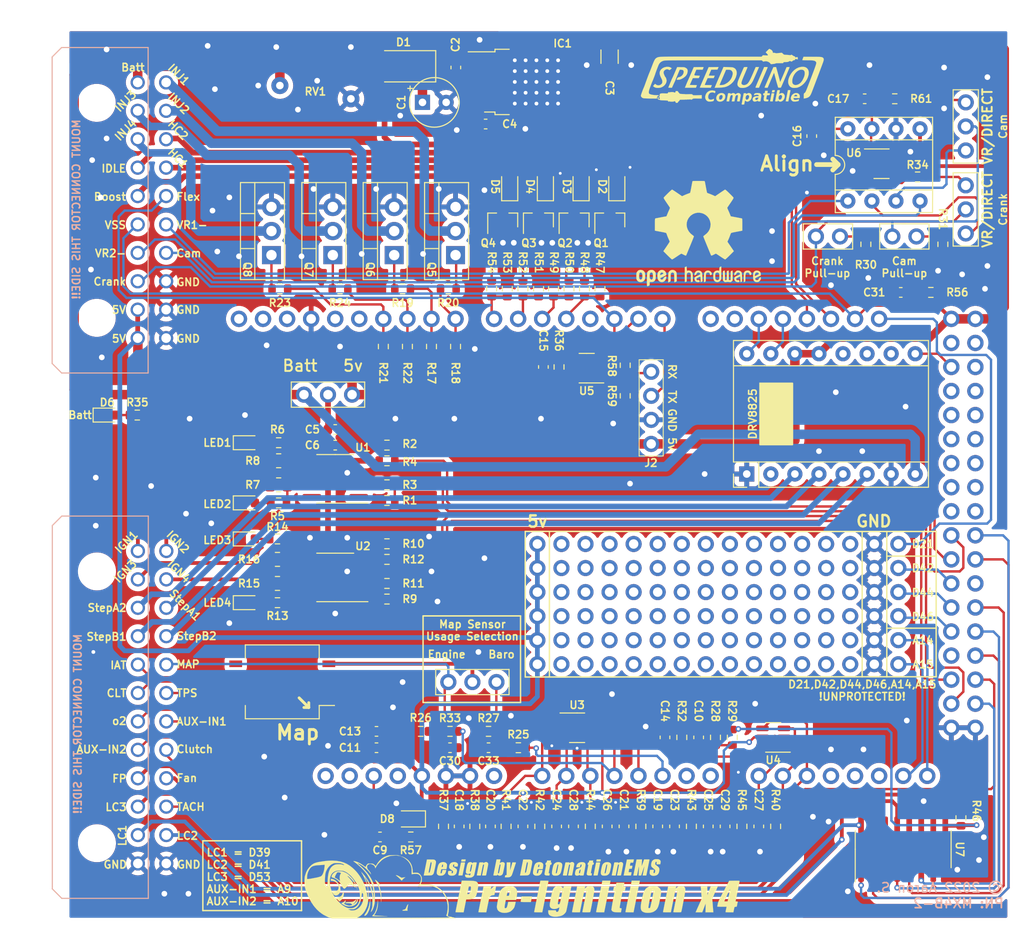
<source format=kicad_pcb>
(kicad_pcb (version 20211014) (generator pcbnew)
  (layers (0 "F.Cu" signal "Front") (31 "B.Cu" power "Back") (34 "B.Paste" user) (35 "F.Paste" user) (36 "B.SilkS" user "B.Silkscreen") (37 "F.SilkS" user "F.Silkscreen") (38 "B.Mask" user) (39 "F.Mask" user) (44 "Edge.Cuts" user))
  (net 0 "")
  (net 2 "+BATT")
  (net 3 "GND")
  (net 4 "IGN-V-Select")
  (net 5 "MC-D38")
  (net 6 "MC-D40")
  (net 7 "Net-(R3-Pad1)")
  (net 8 "Net-(R4-Pad1)")
  (net 9 "Net-(R5-Pad1)")
  (net 10 "Net-(R6-Pad2)")
  (net 11 "IGN1")
  (net 12 "IGN2")
  (net 13 "MC-D50")
  (net 14 "MC-D52")
  (net 15 "Net-(R11-Pad1)")
  (net 16 "Net-(R12-Pad1)")
  (net 17 "Net-(R13-Pad1)")
  (net 18 "Net-(R14-Pad2)")
  (net 19 "IGN4")
  (net 20 "IGN3")
  (net 21 "MC-D53")
  (net 22 "MC-D51")
  (net 23 "MC-D49")
  (net 24 "MC-D47")
  (net 25 "MC-D45")
  (net 26 "INJ1")
  (net 27 "INJ4")
  (net 28 "INJ2")
  (net 29 "INJ3")
  (net 30 "MC-D8")
  (net 31 "MC-D11")
  (net 32 "MC-D9")
  (net 33 "MC-D10")
  (net 34 "MC-D16")
  (net 35 "MC-D17")
  (net 36 "Step-B2")
  (net 37 "Step-B1")
  (net 38 "Step-A1")
  (net 39 "Step-A2")
  (net 40 "MC-D24")
  (net 41 "Net-(C10-Pad1)")
  (net 42 "MC-A3")
  (net 43 "MC-A4")
  (net 44 "Flex")
  (net 45 "MC-D19")
  (net 46 "MC-D18")
  (net 47 "IAT")
  (net 48 "O2")
  (net 49 "MC-A0")
  (net 50 "MC-A8")
  (net 51 "CLT")
  (net 52 "A9")
  (net 53 "MC-A1")
  (net 54 "MC-A9")
  (net 55 "TPS")
  (net 56 "A10")
  (net 57 "MC-A2")
  (net 58 "MC-A10")
  (net 59 "Map-External")
  (net 60 "BOOST")
  (net 61 "HC1")
  (net 62 "IDLE")
  (net 63 "HC2")
  (net 64 "VR2-")
  (net 65 "Net-(J4-Pad3)")
  (net 66 "Net-(J4-Pad2)")
  (net 67 "VR1-")
  (net 68 "Crank-In")
  (net 69 "Cam-In")
  (net 70 "Tach")
  (net 71 "Fan")
  (net 72 "Fuel-Pump")
  (net 73 "D53")
  (net 74 "Clutch")
  (net 75 "MC-D7")
  (net 76 "MC-D6")
  (net 77 "MC-D5")
  (net 78 "MC-D4")
  (net 79 "VDD")
  (net 80 "MC-RESET")
  (net 81 "Net-(LED1-Pad2)")
  (net 82 "Net-(LED2-Pad2)")
  (net 83 "Net-(LED3-Pad2)")
  (net 84 "Net-(LED4-Pad2)")
  (net 85 "Net-(JP4-Pad2)")
  (net 86 "Net-(JP5-Pad2)")
  (net 87 "MC-D20")
  (net 88 "MC-D41")
  (net 89 "MC-D39")
  (net 90 "D39")
  (net 91 "D41")
  (net 92 "Net-(Q1-Pad1)")
  (net 93 "Net-(Q2-Pad1)")
  (net 94 "Net-(Q3-Pad1)")
  (net 95 "Net-(Q4-Pad1)")
  (net 96 "Net-(C33-Pad1)")
  (net 97 "MC-D0")
  (net 98 "MC-D1")
  (net 99 "Net-(Q5-Pad1)")
  (net 100 "Net-(Q6-Pad1)")
  (net 101 "Net-(Q7-Pad1)")
  (net 102 "Net-(Q8-Pad1)")
  (net 103 "MC-A5")
  (net 104 "Net-(JP7-Pad2)")
  (net 105 "MC-D3")
  (net 106 "Net-(D6-Pad2)")
  (net 108 "MC-D21")
  (net 109 "MC-D42")
  (net 110 "MC-D44")
  (net 111 "MC-D46")
  (net 112 "MC-A15")
  (net 113 "MC-A14")
  (net 114 "Net-(JP2-Pad1)")
  (net 115 "Net-(JP3-Pad3)")
  (net 118 "Net-(C1-Pad1)")
  (net 206 "TVS15")
  (net 207 "TVS16")
  (net 210 "+3V3")
  (net 211 "MC-A6")
  (net 212 "MC-A7")
  (net 213 "MC-A11")
  (net 214 "MC-A12")
  (net 215 "MC-A13")
  (net 216 "MC-AREF")
  (net 217 "MC-D12")
  (net 218 "MC-D13")
  (net 219 "MC-D14")
  (net 220 "MC-D15")
  (net 221 "MC-D22")
  (net 222 "MC-D23")
  (net 223 "MC-D25")
  (net 224 "MC-D26")
  (net 225 "MC-D27")
  (net 226 "MC-D28")
  (net 227 "MC-D29")
  (net 228 "MC-D30")
  (net 229 "MC-D31")
  (net 230 "MC-D32")
  (net 231 "MC-D33")
  (net 232 "MC-D34")
  (net 233 "MC-D35")
  (net 234 "MC-D36")
  (net 235 "MC-D37")
  (net 236 "MC-D43")
  (net 237 "MC-D48")
  (net 238 "MC-IOREF")
  (net 239 "MC-SCL")
  (net 240 "MC-SDA")
  (net 242 "Net-(J2-Pad4)")
  (footprint "Capacitor_SMD:C_0603_1608Metric" (layer "F.Cu") (at 112.522 95.504)
    (fp_text reference "C5")
    (fp_text value "100nF")
  )
  (footprint "Capacitor_SMD:C_0603_1608Metric" (layer "F.Cu") (at 112.522 97.155)
    (fp_text reference "C6")
    (fp_text value "1uF")
  )
  (footprint "LED_SMD:LED_0603_1608Metric" (layer "F.Cu") (at 103.251 103.251)
    (fp_text reference "LED2")
    (fp_text value "LED")
  )
  (footprint "LED_SMD:LED_0603_1608Metric" (layer "F.Cu") (at 103.251 96.901)
    (fp_text reference "LED1")
    (fp_text value "LED")
  )
  (footprint "LED_SMD:LED_0603_1608Metric" (layer "F.Cu") (at 103.251 113.792)
    (fp_text reference "LED4")
    (fp_text value "LED")
  )
  (footprint "LED_SMD:LED_0603_1608Metric" (layer "F.Cu") (at 103.251 107.061)
    (fp_text reference "LED3")
    (fp_text value "LED")
  )
  (footprint "Detonation:3-PinSwitch" (layer "F.Cu") (at 109.22 91.821 90)
    (fp_text reference "JP1" hide)
    (fp_text value "Ignition Voltage")
  )
  (footprint "Resistor_SMD:R_0603_1608Metric" (layer "F.Cu") (at 117.983 102.997 180)
    (fp_text reference "R1")
    (fp_text value "100K")
  )
  (footprint "Resistor_SMD:R_0603_1608Metric" (layer "F.Cu") (at 117.983 97.155)
    (fp_text reference "R2")
    (fp_text value "100K")
  )
  (footprint "Resistor_SMD:R_0603_1608Metric" (layer "F.Cu") (at 117.983 101.346)
    (fp_text reference "R3")
    (fp_text value "1k")
  )
  (footprint "Resistor_SMD:R_0603_1608Metric" (layer "F.Cu") (at 117.983 98.806)
    (fp_text reference "R4")
    (fp_text value "1k")
  )
  (footprint "Resistor_SMD:R_0603_1608Metric" (layer "F.Cu") (at 106.553 103.251 180)
    (fp_text reference "R5")
    (fp_text value "2.4k")
  )
  (footprint "Resistor_SMD:R_0603_1608Metric" (layer "F.Cu") (at 106.553 96.901)
    (fp_text reference "R6")
    (fp_text value "2.4k")
  )
  (footprint "Resistor_SMD:R_0805_2012Metric" (layer "F.Cu") (at 106.553 101.346)
    (fp_text reference "R7")
    (fp_text value "22")
  )
  (footprint "Resistor_SMD:R_0805_2012Metric" (layer "F.Cu") (at 106.553 98.806)
    (fp_text reference "R8")
    (fp_text value "22")
  )
  (footprint "Resistor_SMD:R_0603_1608Metric" (layer "F.Cu") (at 106.426 113.792 180)
    (fp_text reference "R13")
    (fp_text value "2.4k")
  )
  (footprint "Resistor_SMD:R_0603_1608Metric" (layer "F.Cu") (at 106.426 107.061)
    (fp_text reference "R14")
    (fp_text value "2.4k")
  )
  (footprint "Resistor_SMD:R_0805_2012Metric" (layer "F.Cu") (at 106.426 111.76)
    (fp_text reference "R15")
    (fp_text value "22")
  )
  (footprint "Resistor_SMD:R_0805_2012Metric" (layer "F.Cu") (at 106.426 109.22)
    (fp_text reference "R16")
    (fp_text value "22")
  )
  (footprint "Package_SO:SOIC-8_3.9x4.9mm_P1.27mm" (layer "F.Cu") (at 112.522 100.711 180)
    (fp_text reference "U1")
    (fp_text value "TC4427")
  )
  (footprint "Package_SO:SOIC-8_3.9x4.9mm_P1.27mm" (layer "F.Cu") (at 112.522 111.125 180)
    (fp_text reference "U2")
    (fp_text value "TC4427")
  )
  (footprint "MyLibs:Arduino_Mega2560_Shield_IO_Only_No_Silk_Screen" (layer "F.Cu") (at 83.566 134.62)
    (fp_text reference "XA1" hide)
    (fp_text value "Arduino_Mega2560_Shield-Arduino" hide)
  )
  (footprint "Resistor_SMD:R_0603_1608Metric" (layer "F.Cu") (at 122.682 86.741 -90)
    (fp_text reference "R17")
    (fp_text value "100K")
  )
  (footprint "Resistor_SMD:R_0603_1608Metric" (layer "F.Cu") (at 125.222 86.741 90)
    (fp_text reference "R18")
    (fp_text value "100K")
  )
  (footprint "Resistor_SMD:R_0603_1608Metric" (layer "F.Cu") (at 119.634 80.645)
    (fp_text reference "R19")
    (fp_text value "1k")
  )
  (footprint "Resistor_SMD:R_0603_1608Metric" (layer "F.Cu") (at 124.46 80.645 180)
    (fp_text reference "R20")
    (fp_text value "1k")
  )
  (footprint "Resistor_SMD:R_0603_1608Metric" (layer "F.Cu") (at 117.602 86.741 -90)
    (fp_text reference "R21")
    (fp_text value "100K")
  )
  (footprint "Resistor_SMD:R_0603_1608Metric" (layer "F.Cu") (at 120.142 86.741 90)
    (fp_text reference "R22")
    (fp_text value "100K")
  )
  (footprint "Resistor_SMD:R_0603_1608Metric" (layer "F.Cu") (at 106.68 80.645)
    (fp_text reference "R23")
    (fp_text value "1k")
  )
  (footprint "Resistor_SMD:R_0603_1608Metric" (layer "F.Cu") (at 113.03 80.645)
    (fp_text reference "R24")
    (fp_text value "1k")
  )
  (footprint "Module:Pololu_Breakout-16_15.2x20.3mm" (layer "F.Cu") (at 155.956 100.203 90)
    (fp_text reference "A1" hide)
    (fp_text value "Pololu_Breakout_DRV8825" hide)
  )
  (footprint "Capacitor_SMD:C_0603_1608Metric" (layer "F.Cu") (at 125.25 57.277 -90)
    (fp_text reference "C2")
    (fp_text value "330nF")
  )
  (footprint "Capacitor_SMD:C_1206_3216Metric" (layer "F.Cu") (at 141.478 56.134 -90)
    (fp_text reference "C3")
    (fp_text value "47uF")
  )
  (footprint "Capacitor_SMD:C_0603_1608Metric" (layer "F.Cu") (at 128.397 63.246)
    (fp_text reference "C4")
    (fp_text value "100nF")
  )
  (footprint "Capacitor_SMD:C_0603_1608Metric" (layer "F.Cu") (at 117.2464 138.5316)
    (fp_text reference "C9")
    (fp_text value "4.7nF")
  )
  (footprint "Capacitor_SMD:C_0603_1608Metric" (layer "F.Cu") (at 150.8792 128.016 90)
    (fp_text reference "C10")
    (fp_text value "100nF")
  )
  (footprint "Capacitor_SMD:C_0603_1608Metric" (layer "F.Cu") (at 116.8781 129.1082 180)
    (fp_text reference "C11")
    (fp_text value "100nF")
  )
  (footprint "Capacitor_SMD:C_0603_1608Metric" (layer "F.Cu") (at 116.8781 127.381 180)
    (fp_text reference "C13")
    (fp_text value "1uF")
  )
  (footprint "Capacitor_SMD:C_0603_1608Metric" (layer "F.Cu") (at 147.3264 128.016 90)
    (fp_text reference "C14")
    (fp_text value "220nF")
  )
  (footprint "Capacitor_SMD:C_0603_1608Metric" (layer "F.Cu") (at 134.493 88.9 -90)
    (fp_text reference "C15")
    (fp_text value "220nF")
  )
  (footprint "Capacitor_SMD:C_0603_1608Metric" (layer "F.Cu") (at 162.814 64.516 90)
    (fp_text reference "C16")
    (fp_text value "10nF")
  )
  (footprint "Capacitor_SMD:C_0603_1608Metric" (layer "F.Cu") (at 168.402 60.579)
    (fp_text reference "C17")
    (fp_text value "100nF")
  )
  (footprint "Capacitor_SMD:C_0603_1608Metric" (layer "F.Cu") (at 125.603 137.414 -90)
    (fp_text reference "C18")
    (fp_text value "100nF")
  )
  (footprint "Capacitor_SMD:C_0603_1608Metric" (layer "F.Cu") (at 146.558 137.414 -90)
    (fp_text reference "C19")
    (fp_text value "100nF")
  )
  (footprint "Capacitor_SMD:C_0603_1608Metric" (layer "F.Cu") (at 128.905 137.414 -90)
    (fp_text reference "C20")
    (fp_text value "220nF")
  )
  (footprint "Capacitor_SMD:C_0603_1608Metric" (layer "F.Cu") (at 143.002 137.414 -90)
    (fp_text reference "C21")
    (fp_text value "220nF")
  )
  (footprint "Capacitor_SMD:C_0603_1608Metric" (layer "F.Cu") (at 132.334 137.414 -90)
    (fp_text reference "C22")
    (fp_text value "100nF")
  )
  (footprint "Capacitor_SMD:C_0603_1608Metric" (layer "F.Cu") (at 148.336 137.414 -90)
    (fp_text reference "C23")
    (fp_text value "100nF")
  )
  (footprint "Capacitor_SMD:C_0603_1608Metric" (layer "F.Cu") (at 135.89 137.414 -90)
    (fp_text reference "C24")
    (fp_text value "220nF")
  )
  (footprint "Capacitor_SMD:C_0603_1608Metric" (layer "F.Cu") (at 151.892 137.414 -90)
    (fp_text reference "C25")
    (fp_text value "220nF")
  )
  (footprint "Capacitor_SMD:C_0603_1608Metric" (layer "F.Cu") (at 141.224 137.414 -90)
    (fp_text reference "C26")
    (fp_text value "100nF")
  )
  (footprint "Capacitor_SMD:C_0603_1608Metric" (layer "F.Cu") (at 157.226 137.414 -90)
    (fp_text reference "C27")
    (fp_text value "100nF")
  )
  (footprint "Capacitor_SMD:C_0603_1608Metric" (layer "F.Cu") (at 137.668 137.414 -90)
    (fp_text reference "C28")
    (fp_text value "220nF")
  )
  (footprint "Capacitor_SMD:C_0603_1608Metric" (layer "F.Cu") (at 153.67 137.414 -90)
    (fp_text reference "C29")
    (fp_text value "220nF")
  )
  (footprint "Diode_SMD:D_SMA" (layer "F.Cu") (at 119.729 57.15 180)
    (fp_text reference "D1")
    (fp_text value "M7")
  )
  (footprint "Misc:3x1-GPIO" (layer "F.Cu") (at 179.07 69.723)
    (fp_text reference "JP2" hide)
    (fp_text value "VR/DIRECT")
  )
  (footprint "Misc:3x1-GPIO" (layer "F.Cu") (at 179.0735 66.04 180)
    (fp_text reference "JP3" hide)
    (fp_text value "VR/DIRECT")
  )
  (footprint "Resistor_SMD:R_0603_1608Metric" (layer "F.Cu") (at 152.6556 128.016 -90)
    (fp_text reference "R28")
    (fp_text value "1k")
  )
  (footprint "Resistor_SMD:R_0603_1608Metric" (layer "F.Cu") (at 154.432 128.016 90)
    (fp_text reference "R29")
    (fp_text value "3.9k")
  )
  (footprint "Resistor_SMD:R_0603_1608Metric" (layer "F.Cu") (at 149.1028 128.016 90)
    (fp_text reference "R32")
    (fp_text value "470")
  )
  (footprint "Resistor_SMD:R_0603_1608Metric" (layer "F.Cu") (at 124.6378 127.381)
    (fp_text reference "R33")
    (fp_text value "470")
  )
  (footprint "Resistor_SMD:R_0603_1608Metric" (layer "F.Cu") (at 136.144 88.9 90)
    (fp_text reference "R36")
    (fp_text value "2.4k")
  )
  (footprint "Resistor_SMD:R_0603_1608Metric" (layer "F.Cu") (at 123.952 137.414 90)
    (fp_text reference "R37")
    (fp_text value "2.49k")
  )
  (footprint "Resistor_SMD:R_0603_1608Metric" (layer "F.Cu") (at 127.254 137.414 -90)
    (fp_text reference "R38")
    (fp_text value "470")
  )
  (footprint "Resistor_SMD:R_0603_1608Metric" (layer "F.Cu") (at 144.78 137.414 -90)
    (fp_text reference "R39")
    (fp_text value "470")
  )
  (footprint "Resistor_SMD:R_0603_1608Metric" (layer "F.Cu") (at 159.004 137.414 -90)
    (fp_text reference "R40")
    (fp_text value "1k")
  )
  (footprint "Resistor_SMD:R_0603_1608Metric" (layer "F.Cu") (at 130.556 137.414 90)
    (fp_text reference "R41")
    (fp_text value "2.49k")
  )
  (footprint "Resistor_SMD:R_0603_1608Metric" (layer "F.Cu") (at 134.112 137.414 -90)
    (fp_text reference "R42")
    (fp_text value "470")
  )
  (footprint "Resistor_SMD:R_0603_1608Metric" (layer "F.Cu") (at 150.114 137.414 -90)
    (fp_text reference "R43")
    (fp_text value "470")
  )
  (footprint "Resistor_SMD:R_0603_1608Metric" (layer "F.Cu") (at 139.446 137.414 -90)
    (fp_text reference "R44")
    (fp_text value "470")
  )
  (footprint "Resistor_SMD:R_0603_1608Metric" (layer "F.Cu") (at 155.448 137.414 -90)
    (fp_text reference "R45")
    (fp_text value "470")
  )
  (footprint "Resistor_SMD:R_0603_1608Metric" (layer "F.Cu") (at 178.562 136.525 -90)
    (fp_text reference "R46")
    (fp_text value "10k")
  )
  (footprint "Detonation:MOV" (layer "F.Cu") (at 106.68 59.182)
    (fp_text reference "RV1")
    (fp_text value "MOV")
  )
  (footprint "Package_TO_SOT_SMD:SOT-23-6" (layer "F.Cu") (at 138.049 127)
    (fp_text reference "U3")
    (fp_text value "SRV05-4-P-T7")
  )
  (footprint "Package_TO_SOT_SMD:SOT-23-6" (layer "F.Cu") (at 158.75 128.016 180)
    (fp_text reference "U4")
    (fp_text value "SRV05-4-P-T7")
  )
  (footprint "Package_TO_SOT_SMD:SOT-23-6" (layer "F.Cu") (at 139.065 89.027 180)
    (fp_text reference "U5")
    (fp_text value "SRV05-4-P-T7")
  )
  (footprint "Package_TO_SOT_SMD:SOT-23-6" (layer "F.Cu") (at 170.18 67.437)
    (fp_text reference "U6")
    (fp_text value "SRV05-4-P-T7")
  )
  (footprint "Capacitor_SMD:C_0603_1608Metric" (layer "F.Cu") (at 124.6378 129.1082 180)
    (fp_text reference "C30")
    (fp_text value "47pF")
  )
  (footprint "Capacitor_SMD:C_0603_1608Metric" (layer "F.Cu") (at 172.212 81.026 180)
    (fp_text reference "C31")
    (fp_text value "10nF")
  )
  (footprint "Resistor_SMD:R_0603_1608Metric" (layer "F.Cu") (at 175.387 81.026)
    (fp_text reference "R56")
    (fp_text value "1k")
  )
  (footprint "Package_SO:SOIC-16_3.9x9.9mm_P1.27mm" (layer "F.Cu") (at 172.466 139.827 90)
    (fp_text reference "U7")
    (fp_text value "ULN2003A")
  )
  (footprint "Detonation:TO-252-2-Thermal-Pad" (layer "F.Cu") (at 131.854 58.801)
    (fp_text reference "IC1")
    (fp_text value "L7805CDT")
  )
  (footprint "Resistor_SMD:R_0603_1608Metric" (layer "F.Cu") (at 120.4976 138.5316 180)
    (fp_text reference "R57")
    (fp_text value "10k")
  )
  (footprint "Diode_SMD:D_SOD-323F" (layer "F.Cu") (at 142.24 69.85 90)
    (fp_text reference "D2")
    (fp_text value "1N4148WS")
  )
  (footprint "Diode_SMD:D_SOD-323F" (layer "F.Cu") (at 138.472334 69.85 90)
    (fp_text reference "D3")
    (fp_text value "1N4148WS")
  )
  (footprint "Diode_SMD:D_SOD-323F" (layer "F.Cu") (at 134.704668 69.85 90)
    (fp_text reference "D4")
    (fp_text value "1N4148WS")
  )
  (footprint "Diode_SMD:D_SOD-323F" (layer "F.Cu") (at 130.937 69.85 90)
    (fp_text reference "D5")
    (fp_text value "1N4148WS")
  )
  (footprint "Package_TO_SOT_SMD:SOT-23" (layer "F.Cu") (at 141.5034 73.406 90)
    (fp_text reference "Q1")
    (fp_text value "AO3400A")
  )
  (footprint "Package_TO_SOT_SMD:SOT-23" (layer "F.Cu") (at 137.735732 73.406 90)
    (fp_text reference "Q2")
    (fp_text value "AO3400A")
  )
  (footprint "Package_TO_SOT_SMD:SOT-23" (layer "F.Cu") (at 133.968066 73.406 90)
    (fp_text reference "Q3")
    (fp_text value "AO3400A")
  )
  (footprint "Package_TO_SOT_SMD:SOT-23" (layer "F.Cu") (at 130.2004 73.406 90)
    (fp_text reference "Q4")
    (fp_text value "AO3400A")
  )
  (footprint "Resistor_SMD:R_0603_1608Metric" (layer "F.Cu") (at 140.462 80.645 -90)
    (fp_text reference "R47")
    (fp_text value "100K")
  )
  (footprint "Resistor_SMD:R_0603_1608Metric" (layer "F.Cu") (at 138.829142 80.645 -90)
    (fp_text reference "R48")
    (fp_text value "120")
  )
  (footprint "Resistor_SMD:R_0603_1608Metric" (layer "F.Cu") (at 135.563428 80.645 -90)
    (fp_text reference "R49")
    (fp_text value "100K")
  )
  (footprint "Resistor_SMD:R_0603_1608Metric" (layer "F.Cu") (at 137.196285 80.645 -90)
    (fp_text reference "R50")
    (fp_text value "120")
  )
  (footprint "Resistor_SMD:R_0603_1608Metric" (layer "F.Cu") (at 133.985 80.645 -90)
    (fp_text reference "R51")
    (fp_text value "100K")
  )
  (footprint "Resistor_SMD:R_0603_1608Metric" (layer "F.Cu") (at 132.334 80.645 -90)
    (fp_text reference "R52")
    (fp_text value "120")
  )
  (footprint "Resistor_SMD:R_0603_1608Metric" (layer "F.Cu") (at 130.683 80.645 -90)
    (fp_text reference "R53")
    (fp_text value "100K")
  )
  (footprint "Resistor_SMD:R_0603_1608Metric" (layer "F.Cu") (at 129.032 80.645 -90)
    (fp_text reference "R54")
    (fp_text value "120")
  )
  (footprint "Sensor_Pressure:Freescale_98ARH99066A" (layer "F.Cu") (at 106.934 122.1486 180)
    (fp_text reference "Map1" hide)
    (fp_text value "Map" hide)
  )
  (footprint "Capacitor_SMD:C_0603_1608Metric" (layer "F.Cu") (at 128.7018 129.1082 180)
    (fp_text reference "C33")
    (fp_text value "47pF")
  )
  (footprint "Resistor_SMD:R_0603_1608Metric" (layer "F.Cu") (at 131.8514 129.1082)
    (fp_text reference "R25")
    (fp_text value "470")
  )
  (footprint "Resistor_SMD:R_0603_1608Metric" (layer "F.Cu") (at 128.7018 127.381 180)
    (fp_text reference "R27")
    (fp_text value "51k")
  )
  (footprint "Detonation:3-PinSwitch" (layer "F.Cu") (at 124.46 122.174 90)
    (fp_text reference "JP7" hide)
    (fp_text value "Jumper_3_Bridged12")
  )
  (footprint "Resistor_SMD:R_0603_1608Metric" (layer "F.Cu") (at 117.983 109.22)
    (fp_text reference "R12")
    (fp_text value "1k")
  )
  (footprint "Resistor_SMD:R_0603_1608Metric" (layer "F.Cu") (at 117.983 107.569)
    (fp_text reference "R10")
    (fp_text value "100K")
  )
  (footprint "Resistor_SMD:R_0603_1608Metric" (layer "F.Cu") (at 117.983 113.411 180)
    (fp_text reference "R9")
    (fp_text value "100K")
  )
  (footprint "Resistor_SMD:R_0603_1608Metric" (layer "F.Cu") (at 117.983 111.76)
    (fp_text reference "R11")
    (fp_text value "1k")
  )
  (footprint "Detonation:1X4-PROTO" (layer "F.Cu") (at 145.8722 97.028 180)
    (fp_text reference "J2")
    (fp_text value "Conn_01x04")
  )
  (footprint "Package_TO_SOT_THT:TO-220-3_Vertical" (layer "F.Cu") (at 125.222 77.089 90)
    (fp_text reference "Q5")
    (fp_text value "STP62NS04Z")
  )
  (footprint "Package_TO_SOT_THT:TO-220-3_Vertical" (layer "F.Cu") (at 118.745 77.089 90)
    (fp_text reference "Q6")
    (fp_text value "STP62NS04Z")
  )
  (footprint "Package_TO_SOT_THT:TO-220-3_Vertical" (layer "F.Cu") (at 112.268 77.089 90)
    (fp_text reference "Q7")
    (fp_text value "STP62NS04Z")
  )
  (footprint "Package_TO_SOT_THT:TO-220-3_Vertical" (layer "F.Cu") (at 105.791 77.089 90)
    (fp_text reference "Q8")
    (fp_text value "STP62NS04Z")
  )
  (footprint "Resistor_SMD:R_0603_1608Metric" (layer "F.Cu") (at 143.129 91.948 90)
    (fp_text reference "R59")
    (fp_text value "2k")
  )
  (footprint "Resistor_SMD:R_0603_1608Metric" (layer "F.Cu") (at 143.129 88.7222 90)
    (fp_text reference "R58")
    (fp_text value "1k")
  )
  (footprint "Detonation:Socket_VRConditioner" (layer "F.Cu") (at 166.624 71.374 90)
    (fp_text reference "J4" hide)
    (fp_text value "VR_Header")
  )
  (footprint "Detonation:1x02-Proto" (layer "F.Cu") (at 163.2585 75.1205 90)
    (fp_text reference "JP4" hide)
    (fp_text value "Pullup")
  )
  (footprint "Detonation:1x02-Proto" (layer "F.Cu") (at 171.323 75.1205 90)
    (fp_text reference "JP5" hide)
    (fp_text value "Pullup")
  )
  (footprint "Resistor_SMD:R_0603_1608Metric" (layer "F.Cu") (at 168.529 75.946 -90)
    (fp_text reference "R30")
    (fp_text value "1k")
  )
  (footprint "Resistor_SMD:R_0603_1608Metric" (layer "F.Cu") (at 176.657 75.946 -90)
    (fp_text reference "R31")
    (fp_text value "1k")
  )
  (footprint "Resistor_SMD:R_0603_1608Metric" (layer "F.Cu") (at 91.6305 93.98)
    (fp_text reference "R35")
    (fp_text value "2.4k")
  )
  (footprint "LED_SMD:LED_0603_1608Metric" (layer "F.Cu") (at 88.4555 93.98)
    (fp_text reference "D6")
    (fp_text value "LED")
  )
  (footprint "Resistor_SMD:R_0603_1608Metric" (layer "F.Cu") (at 173.99 68.834)
    (fp_text reference "R34")
    (fp_text value "220")
  )
  (footprint "Resistor_SMD:R_0603_1608Metric" (layer "F.Cu") (at 171.577 60.579)
    (fp_text reference "R61")
    (fp_text value "220")
  )
  (footprint "Detonation:PROTO-3X16" (layer "F.Cu") (at 155.321 111.4044)
    (fp_text reference "J6" hide)
    (fp_text value "Conn_02x16_Counter_Clockwise" hide)
  )
  (footprint "Diode_SMD:D_SOD-323F" (layer "F.Cu") (at 120.5484 136.6266 180)
    (fp_text reference "D8")
    (fp_text value "1N4148WS")
  )
  (footprint "Detonation:PROTO-3X16" (layer "F.Cu") (at 155.321 119.0244)
    (fp_text reference "J3" hide)
    (fp_text value "Conn_02x16_Counter_Clockwise" hide)
  )
  (footprint "Detonation:TireSmoke-22mm" (layer "F.Cu") (at 117.348 143.764)
    (fp_text reference "G2" hide)
    (fp_text value "Logo_Open_Hardware_Small" hide)
  )
  (footprint "Detonation-Logos:Design by DetonationEMS" (layer "F.Cu") (at 134.366 141.859)
    (fp_text reference "G3" hide)
    (fp_text value "Logo_Open_Hardware_Small" hide)
  )
  (footprint "Detonation:SpeeduinoCompatible-21mm" (layer "F.Cu") (at 154.432 58.166)
    (fp_text reference "G4" hide)
    (fp_text value "Logo_Open_Hardware_Small" hide)
  )
  (footprint "Resistor_SMD:R_0603_1608Metric" (layer "F.Cu") (at 121.539 127.381)
    (fp_text reference "R26")
    (fp_text value "51k")
  )
  (footprint "Detonation:Pre-IgnitionX4-30mm" (layer "F.Cu") (at 140.208 145.034)
    (fp_text reference "G5" hide)
    (fp_text value "Logo_Open_Hardware_Small" hide)
  )
  (footprint "Symbol:OSHW-Logo2_14.6x12mm_SilkScreen" (layer "F.Cu") (at 150.876 74.803)
    (fp_text reference "G6" hide)
    (fp_text value "Logo_Open_Hardware_Small" hide)
  )
  (footprint "Capacitor_THT:CP_Radial_Tantal_D5.0mm_P2.50mm" (layer "F.Cu") (at 121.730888 60.96)
    (fp_text reference "C1")
    (fp_text value "10uF")
  )
  (footprint "Detonation:Molex_Micro-Fit_3.0_43045-2400_2x12_P3.00mm_Horizontal" (layer "B.Cu") (at 91.694 108.331 -90)
    (fp_text reference "J5" hide)
    (fp_text value "Conn_02x12_Counter_Clockwise")
  )
  (footprint "Detonation:Molex_Micro-Fit_3.0_43045-2000_2x10_P3.00mm_Horizontal" (layer "B.Cu") (at 91.675 58.8518 -90)
    (fp_text reference "J7" hide)
    (fp_text value "Conn_02x10_Counter_Clockwise")
  )
  (gr_line (start 132.5788 121.6406) (end 168.1353 121.6152) (layer "F.SilkS") (width 0.1524))
  (gr_line (start 168.1353 106.2771) (end 132.5788 106.2644) (layer "F.SilkS") (width 0.1524))
  (gr_line (start 168.1353 106.3371) (end 168.1353 121.6152) (layer "F.SilkS") (width 0.1524))
  (gr_line (start 170.7388 106.2736) (end 170.7388 121.6152) (layer "F.SilkS") (width 0.1524))
  (gr_line (start 170.7388 106.2736) (end 168.1353 106.2771) (layer "F.SilkS") (width 0.1524))
  (gr_line (start 168.1353 121.6152) (end 175.9458 121.6152) (layer "F.SilkS") (width 0.1524))
  (gr_line (start 173.2788 106.2736) (end 170.7388 106.2736) (layer "F.SilkS") (width 0.1524))
  (gr_line (start 175.9458 116.4844) (end 173.2788 116.4844) (layer "F.SilkS") (width 0.1524))
  (gr_line (start 98.552 146.304) (end 98.552 138.938) (layer "F.SilkS") (width 0.1524))
  (gr_line (start 121.793 124.333) (end 132.08 124.333) (layer "F.SilkS") (width 0.1524))
  (gr_line (start 132.08 124.333) (end 132.08 115.189) (layer "F.SilkS") (width 0.1524))
  (gr_line (start 108.966 146.304) (end 98.552 146.304) (layer "F.SilkS") (width 0.1524))
  (gr_line (start 175.9458 108.8771) (end 175.9458 106.2736) (layer "F.SilkS") (width 0.1524))
  (gr_line (start 173.2788 106.2736) (end 175.9458 106.2736) (layer "F.SilkS") (width 0.1524))
  (gr_line (start 135.128 106.2644) (end 135.128 121.6406) (layer "F.SilkS") (width 0.1524))
  (gr_line (start 170.7388 108.8771) (end 173.2788 108.8771) (layer "F.SilkS") (width 0.1524))
  (gr_line (start 98.552 138.938) (end 108.966 138.938) (layer "F.SilkS") (width 0.1524))
  (gr_line (start 121.793 115.189) (end 121.793 124.333) (layer "F.SilkS") (width 0.1524))
  (gr_line (start 132.5788 106.2644) (end 132.5788 121.6406) (layer "F.SilkS") (width 0.1524))
  (gr_line (start 108.966 138.938) (end 108.966 146.304) (layer "F.SilkS") (width 0.1524))
  (gr_line (start 175.9458 116.5606) (end 175.9458 121.6152) (layer "F.SilkS") (width 0.1524))
  (gr_rect (start 157.353 90.6245) (end 160.782 97.1015) (layer "F.SilkS") (width 0.1524) (fill solid))
  (gr_line (start 132.08 115.189) (end 121.793 115.189) (layer "F.SilkS") (width 0.1524))
  (gr_line (start 175.9458 108.8771) (end 175.9458 116.5606) (layer "F.SilkS") (width 0.1524))
  (gr_line (start 173.2788 108.8771) (end 175.9458 108.8771) (layer "F.SilkS") (width 0.1524))
  (gr_line (start 170.7388 116.4844) (end 173.2788 116.4844) (layer "F.SilkS") (width 0.1524))
  (gr_line (start 83.9624 50.254) (end 83.9624 150.254) (layer "Edge.Cuts") (width 0.001))
  (gr_line (start 183.9624 50.254) (end 83.9624 50.254) (layer "Edge.Cuts") (width 0.001))
  (gr_line (start 83.9624 150.254) (end 183.9624 150.254) (layer "Edge.Cuts") (width 0.001))
  (gr_line (start 183.9624 150.254) (end 183.9624 50.254) (layer "Edge.Cuts") (width 0.001))
  (gr_text "MOUNT CONNECTOR THIS SIDE!!" (at 85.198 72.263 90) (layer "B.SilkS") (effects (font (size 0.8 0.8) (thickness 0.16)) (justify mirror)))
  (gr_text "MOUNT CONNECTOR THIS SIDE!!" (at 85.344 126.5936 90) (layer "B.SilkS") (effects (font (size 0.8 0.8) (thickness 0.16)) (justify mirror)))
  (gr_text "© 2022 Aaron S." (at 176.365619 143.891) (layer "B.SilkS") (effects (font (size 1 1) (thickness 0.16)) (justify mirror)))
  (gr_text "PN: MX4B-2" (at 178.308 145.542) (layer "B.SilkS") (effects (font (size 1 1) (thickness 0.18)) (justify mirror)))
  (gr_text "D46" (at 174.5488 115.2779) (layer "F.SilkS") (effects (font (size 0.8 0.8) (thickness 0.16))))
  (gr_text "INJ3" (at 90.405 60.833 45) (layer "F.SilkS") (effects (font (size 0.8 0.8) (thickness 0.16))))
  (gr_text "IGN1" (at 90.4875 107.3912 45) (layer "F.SilkS") (effects (font (size 0.8 0.8) (thickness 0.16))))
  (gr_text "IGN2" (at 95.9104 107.3912 -45) (layer "F.SilkS") (effects (font (size 0.8 0.8) (thickness 0.16))))
  (gr_text "StepB1" (at 88.379434 117.3861) (layer "F.SilkS") (effects (font (size 0.8 0.8) (thickness 0.16))))
  (gr_text "StepB2" (at 97.891491 117.3226) (layer "F.SilkS") (effects (font (size 0.8 0.8) (thickness 0.16))))
  (gr_text "GND" (at 97.0661 141.4526) (layer "F.SilkS") (effects (font (size 0.8 0.8) (thickness 0.16))))
  (gr_text "GND" (at 89.3064 141.4526) (layer "F.SilkS") (effects (font (size 0.8 0.8) (thickness 0.16))))
  (gr_text "LC1" (at 90.0684 138.3792 90) (layer "F.SilkS") (effects (font (size 0.8 0.8) (thickness 0.16))))
  (gr_text "LC2" (at 96.9264 138.4046) (layer "F.SilkS") (effects (font (size 0.8 0.8) (thickness 0.16))))
  (gr_text "LC1 = D39\nLC2 = D41\nLC3 = D53\nAUX-IN1 = A9\nAUX-IN2 = A10" (at 98.8568 142.748) (layer "F.SilkS") (effects (font (size 0.8 0.8) (thickness 0.16)) (justify left)))
  (gr_text "A14" (at 174.5488 117.7671) (layer "F.SilkS") (effects (font (size 0.8 0.8) (thickness 0.16))))
  (gr_text "A15" (at 174.5488 120.3071) (layer "F.SilkS") (effects (font (size 0.8 0.8) (thickness 0.16))))
  (gr_text "Cam\nPull-up" (at 172.593 78.359) (layer "F.SilkS") (effects (font (size 0.8 0.8) (thickness 0.16))))
  (gr_text "Cam" (at 183.007 63.5 90) (layer "F.SilkS") (effects (font (size 0.8 0.8) (thickness 0.16))))
  (gr_text "VR/DIRECT" (at 181.356 63.5 90) (layer "F.SilkS") (effects (font (size 1 1) (thickness 0.2))))
  (gr_text "INJ4" (at 90.405 63.881 45) (layer "F.SilkS") (effects (font (size 0.8 0.8) (thickness 0.16))))
  (gr_text "TPS" (at 96.881967 123.3424) (layer "F.SilkS") (effects (font (size 0.8 0.8) (thickness 0.16))))
  (gr_text "MAP" (at 96.996253 120.2944) (layer "F.SilkS") (effects (font (size 0.8 0.8) (thickness 0.16))))
  (gr_text "FP" (at 89.744577 132.3721) (layer "F.SilkS") (effects (font (size 0.8 0.8) (thickness 0.16))))
  (gr_text "Crank" (at 183.007 72.263 90) (layer "F.SilkS") (effects (font (size 0.8 0.8) (thickness 0.16))))
  (gr_text "↖" (at 109.22 124.46 180) (layer "F.SilkS") (effects (font (size 1.524 1.524) (thickness 0.3048))))
  (gr_text "DRV8825" (at 156.591 93.853 90) (layer "F.SilkS") (effects (font (size 0.8 0.8) (thickness 0.16))))
  (gr_text "IGN4" (at 96.012 110.49 -45) (layer "F.SilkS") (effects (font (size 0.8 0.8) (thickness 0.16))))
  (gr_text "VSS" (at 89.312786 73.914) (layer "F.SilkS") (effects (font (size 0.8 0.8) (thickness 0.16))))
  (gr_text "D44" (at 174.5488 112.7379) (layer "F.SilkS") (effects (font (size 0.8 0.8) (thickness 0.16))))
  (gr_text "HC1" (at 95.9295 66.8655 -45) (layer "F.SilkS") (effects (font (size 0.8 0.8) (thickness 0.16))))
  (gr_text "Crank" (at 88.72231 79.883) (layer "F.SilkS") (effects (font (size 0.8 0.8) (thickness 0.16))))
  (gr_text "Crank\nPull-up" (at 164.465 78.359) (layer "F.SilkS") (effects (font (size 0.8 0.8) (thickness 0.16))))
  (gr_text "INJ1" (at 95.993 58.039 -45) (layer "F.SilkS") (effects (font (size 0.8 0.8) (thickness 0.16))))
  (gr_text "TACH" (at 97.262919 135.3566) (layer "F.SilkS") (effects (font (size 0.8 0.8) (thickness 0.16))))
  (gr_text "AUX-IN1" (at 98.424824 126.3396) (layer "F.SilkS") (effects (font (size 0.8 0.8) (thickness 0.16))))
  (gr_text "Flex" (at 97.009 70.9295) (layer "F.SilkS") (effects (font (size 0.8 0.8) (thickness 0.16))))
  (gr_text "GND" (at 97.009 85.9155) (layer "F.SilkS") (effects (font (size 0.8 0.8) (thickness 0.16))))
  (gr_text "Engine    Baro" (at 126.873 119.253) (layer "F.SilkS") (effects (font (size 0.8 0.8) (thickness 0.16))))
  (gr_text "Fan" (at 96.862919 132.3086) (layer "F.SilkS") (effects (font (size 0.8 0.8) (thickness 0.16))))
  (gr_text "Map" (at 108.5596 127.508) (layer "F.SilkS") (effects (font (size 1.524 1.524) (thickness 0.3048))))
  (gr_text "D21" (at 174.5488 107.6071) (layer "F.SilkS") (effects (font (size 0.8 0.8) (thickness 0.16))))
  (gr_text "GND 5v" (at 148.082 95.504 -90) (layer "F.SilkS") (effects (font (size 0.8 0.8) (thickness 0.16))))
  (gr_text "Cam" (at 97.0725 76.8985) (layer "F.SilkS") (effects (font (size 0.8 0.8) (thickness 0.16))))
  (gr_text "HC2" (at 95.9295 63.881 -45) (layer "F.SilkS") (effects (font (size 0.8 0.8) (thickness 0.16))))
  (gr_text "INJ2" (at 95.993 61.087 -45) (layer "F.SilkS") (effects (font (size 0.8 0.8) (thickness 0.16))))
  (gr_text "VR/DIRECT" (at 181.356 72.263 90) (layer "F.SilkS") (effects (font (size 1 1) (thickness 0.2))))
  (gr_text "StepA2" (at 88.436577 114.3381) (layer "F.SilkS") (effects (font (size 0.8 0.8) (thickness 0.16))))
  (gr_text "Map Sensor\nUsage Selection" (at 127 116.713) (layer "F.SilkS") (effects (font (size 0.8 0.8) (thickness 0.16))))
  (gr_text "Batt" (at 85.598 93.98) (layer "F.SilkS") (effects (font (size 0.8 0.8) (thickness 0.16))))
  (gr_text "CLT" (at 89.4461 123.3424) (layer "F.SilkS") (effects (font (size 0.8 0.8) (thickness 0.16))))
  (gr_text "VR1-" (at 97.409 73.914) (layer "F.SilkS") (effects (font (size 0.8 0.8) (thickness 0.16))))
  (gr_text "D42" (at 174.5488 110.1471) (layer "F.SilkS") (effects (font (size 0.8 0.8) (thickness 0.16))))
  (gr_text "StepA1" (at 96.6724 114.046 -45) (layer "F.SilkS") (effects (font (size 0.8 0.8) (thickness 0.16))))
  (gr_text "Clutch" (at 97.701015 129.2606) (layer "F.SilkS") (effects (font (size 0.8 0.8) (thickness 0.16))))
  (gr_text "IGN3" (at 90.3732 110.49 45) (layer "F.SilkS") (effects (font (size 0.8 0.8) (thickness 0.16))))
  (gr_text "5V" (at 89.693738 82.8675) (layer "F.SilkS") (effects (font (size 0.8 0.8) (thickness 0.16))))
  (gr_text "→ " (at 165.608 67.31) (layer "F.SilkS") (effects (font (size 3 3) (thickness 0.5))))
  (gr_text "IDLE" (at 89.141357 67.945) (layer "F.SilkS") (effects (font (size 0.8 0.8) (thickness 0.16))))
  (gr_text "GND" (at 169.3672 105.1941) (layer "F.SilkS") (effects (font (size 1.2 1.2) (thickness 0.25))))
  (gr_text "VR2-" (at 88.7985 76.8985) (layer "F.SilkS") (effects (font (size 0.8 0.8) (thickness 0.16))))
  (gr_text "5v" (at 133.858 105.22458) (layer "F.SilkS") (effects (font (size 1.2 1.2) (thickness 0.25))))
  (gr_text "o2" (at 89.731815 126.2888) (layer "F.SilkS") (effects (font (size 0.8 0.8) (thickness 0.16))))
  (gr_text "AUX-IN2" (at 87.858862 129.286) (layer "F.SilkS") (effects (font (size 0.8 0.8) (thickness 0.16))))
  (gr_text "LC3" (at 89.382672 135.382) (layer "F.SilkS") (effects (font (size 0.8 0.8) (thickness 0.16))))
  (gr_text "RX  TX" (at 148.082 90.678 -90) (layer "F.SilkS") (effects (font (size 0.8 0.8) (thickness 0.16))))
  (gr_text "Boost" (at 88.741357 70.9295) (layer "F.SilkS") (effects (font (size 0.8 0.8) (thickness 0.16))))
  (gr_text "Batt" (at 91.167 57.277) (layer "F.SilkS") (effects (font (size 0.8 0.8) (thickness 0.16))))
  (gr_text "IAT" (at 89.636577 120.396) (layer "F.SilkS") (effects (font (size 0.8 0.8) (thickness 0.16))))
  (gr_text "GND" (at 97.009 79.9465) (layer "F.SilkS") (effects (font (size 0.8 0.8) (thickness 0.16))))
  (gr_text "GND" (at 97.009 82.8675) (layer "F.SilkS") (effects (font (size 0.8 0.8) (thickness 0.16))))
  (gr_text "Align " (at 160.782 67.437) (layer "F.SilkS") (effects (font (size 1.524 1.524) (thickness 0.3048))))
  (gr_text "Batt   5v" (at 111.2012 88.773) (layer "F.SilkS") (effects (font (size 1.2 1.2) (thickness 0.2))))
  (gr_text "D21,D42,D44,D46,A14,A15\n!UNPROTECTED!" (at 168.148 123.063) (layer "F.SilkS") (effects (font (size 0.8 0.8) (thickness 0.16))))
  (gr_text "5V" (at 89.693738 85.9155) (layer "F.SilkS") (effects (font (size 0.8 0.8) (thickness 0.16))))
  (segment (start 178.562 137.35) (end 176.913 137.35) (width 0.4) (layer "F.Cu") (net 2))
  (segment (start 167.713462 139.988) (end 161.309454 146.392008) (width 0.4) (layer "F.Cu") (net 2))
  (segment (start 144.78 66.04) (end 144.145 65.405) (width 0.6) (layer "F.Cu") (net 2))
  (segment (start 135.89 73.406) (end 139.954 73.406) (width 0.4) (layer "F.Cu") (net 2))
  (segment (start 109.22 91.821) (end 85.471 91.821) (width 1) (layer "F.Cu") (net 2))
  (segment (start 139.954 73.406) (end 144.272 73.406) (width 0.4) (layer "F.Cu") (net 2))
  (segment (start 161.309454 146.392008) (end 85.432008 146.392008) (width 0.4) (layer "F.Cu") (net 2))
  (segment (start 132.334 73.406) (end 135.89 73.406) (width 0.4) (layer "F.Cu") (net 2))
  (segment (start 176.911 137.352) (end 176.911 138.938) (width 0.4) (layer "F.Cu") (net 2))
  (segment (start 118.491 65.405) (end 117.729 64.643) (width 0.6) (layer "F.Cu") (net 2))
  (segment (start 175.861 139.988) (end 167.713462 139.988) (width 0.4) (layer "F.Cu") (net 2))
  (segment (start 92.4555 93.98) (end 92.4555 91.9485) (width 0.25) (layer "F.Cu") (net 2))
  (segment (start 135.89 71.12) (end 135.89 73.406) (width 0.4) (layer "F.Cu") (net 2))
  (segment (start 84.963 58.039) (end 85.852 57.15) (width 1) (layer "F.Cu") (net 2))
  (segment (start 134.704668 70.95) (end 135.72 70.95) (width 0.4) (layer "F.Cu") (net 2))
  (segment (start 154.432 127.191) (end 155.003 127.191) (width 0.25) (layer "F.Cu") (net 2))
  (segment (start 85.471 91.821) (end 84.963 91.313) (width 1) (layer "F.Cu") (net 2))
  (segment (start 142.24 70.95) (end 144.61 70.95) (width 0.4) (layer "F.Cu") (net 2))
  (segment (start 91.44 57.15) (end 106.68 57.15) (width 1) (layer "F.Cu") (net 2))
  (segment (start 144.272 73.406) (end 144.78 72.898) (width 0.4) (layer "F.Cu") (net 2))
  (segment (start 106.68 57.15) (end 106.68 59.182) (width 1) (layer "F.Cu") (net 2))
  (segment (start 130.937 70.95) (end 131.91 70.95) (width 0.4) (layer "F.Cu") (net 2))
  (segment (start 85.852 57.15) (end 91.44 57.15) (width 1) (layer "F.Cu") (net 2))
  (segment (start 139.784 70.95) (end 139.954 71.12) (width 0.4) (layer "F.Cu") (net 2))
  (segment (start 117.729 64.643) (end 117.729 57.15) (width 0.6) (layer "F.Cu") (net 2))
  (segment (start 84.963 91.313) (end 84.963 58.039) (width 1) (layer "F.Cu") (net 2))
  (segment (start 144.78 72.898) (end 144.78 71.12) (width 0.4) (layer "F.Cu") (net 2))
  (segment (start 138.472334 70.95) (end 139.784 70.95) (width 0.4) (layer "F.Cu") (net 2))
  (segment (start 139.954 71.12) (end 139.954 73.406) (width 0.4) (layer "F.Cu") (net 2))
  (segment (start 180.213 137.287) (end 178.625 137.287) (width 0.4) (layer "F.Cu") (net 2))
  (segment (start 144.78 71.12) (end 144.78 66.04) (width 0.6) (layer "F.Cu") (net 2))
  (segment (start 131.91 70.95) (end 132.08 71.12) (width 0.4) (layer "F.Cu") (net 2))
  (segment (start 132.08 71.12) (end 132.08 73.152) (width 0.4) (layer "F.Cu") (net 2))
  (segment (start 155.003 127.191) (end 155.067 127.127) (width 0.25) (layer "F.Cu") (net 2))
  (segment (start 144.145 65.405) (end 118.491 65.405) (width 0.6) (layer "F.Cu") (net 2))
  (segment (start 132.08 73.152) (end 132.334 73.406) (width 0.4) (layer "F.Cu") (net 2))
  (segment (start 135.72 70.95) (end 135.89 71.12) (width 0.4) (layer "F.Cu") (net 2))
  (segment (start 85.432008 146.392008) (end 84.963 145.923) (width 0.4) (layer "F.Cu") (net 2))
  (segment (start 106.68 57.15) (end 117.729 57.15) (width 1) (layer "F.Cu") (net 2))
  (segment (start 91.44 57.15) (end 91.675 57.385) (width 1) (layer "F.Cu") (net 2))
  (segment (start 84.963 145.923) (end 84.963 91.694) (width 0.4) (layer "F.Cu") (net 2))
  (segment (start 176.911 138.938) (end 175.861 139.988) (width 0.4) (layer "F.Cu") (net 2))
  (segment (start 91.675 57.385) (end 91.675 58.8518) (width 1) (layer "F.Cu") (net 2))
  (via (at 155.067 127.127) (size 0.6) (drill 0.3) (layers "F.Cu" "B.Cu") (net 2))
  (via (at 180.213 137.287) (size 0.6) (drill 0.3) (layers "F.Cu" "B.Cu") (net 2))
  (segment (start 150.84425 96.012) (end 173.228 96.012) (width 1) (layer "B.Cu") (net 2))
  (segment (start 170.815 127.127) (end 155.067 127.127) (width 0.25) (layer "B.Cu") (net 2))
  (segment (start 173.736 96.52) (end 173.736 100.203) (width 1) (layer "B.Cu") (net 2))
  (segment (start 171.704 137.287) (end 180.213 137.287) (width 0.25) (layer "B.Cu") (net 2))
  (segment (start 171.223399 127.535399) (end 171.223399 136.806399) (width 0.25) (layer "B.Cu") (net 2))
  (segment (start 171.223399 136.806399) (end 171.704 137.287) (width 0.25) (layer "B.Cu") (net 2))
  (segment (start 171.223399 127.535399) (end 170.815 127.127) (width 0.25) (layer "B.Cu") (net 2))
  (segment (start 147.41525 99.441) (end 150.84425 96.012) (width 1) (layer "B.Cu") (net 2))
  (segment (start 116.84 99.441) (end 147.41525 99.441) (width 1) (layer "B.Cu") (net 2))
  (segment (start 173.228 96.012) (end 173.736 96.52) (width 1) (layer "B.Cu") (net 2))
  (segment (start 109.22 91.821) (end 116.84 99.441) (width 1) (layer "B.Cu") (net 2))
  (segment (start 155.068396 131.699) (end 156.973396 129.794) (width 0.25) (layer "F.Cu") (net 3))
  (segment (start 135.382 127.254) (end 135.636 127) (width 0.25) (layer "F.Cu") (net 3))
  (segment (start 167.132 68.199) (end 167.894 67.437) (width 0.4) (layer "F.Cu") (net 3))
  (segment (start 155.067 131.699) (end 155.068396 131.699) (width 0.25) (layer "F.Cu") (net 3))
  (segment (start 135.382 128.905) (end 135.382 127.254) (width 0.25) (layer "F.Cu") (net 3))
  (segment (start 138.049 127.254) (end 138.049 129.159) (width 0.25) (layer "F.Cu") (net 3))
  (segment (start 114.997 100.076) (end 113.792 100.076) (width 0.5) (layer "F.Cu") (net 3))
  (segment (start 156.973396 129.794) (end 158.496 129.794) (width 0.25) (layer "F.Cu") (net 3))
  (segment (start 137.795 127) (end 138.049 127.254) (width 0.25) (layer "F.Cu") (net 3))
  (segment (start 136.9115 127) (end 137.795 127) (width 0.25) (layer "F.Cu") (net 3))
  (segment (start 158.75 129.54) (end 158.75 128.27) (width 0.25) (layer "F.Cu") (net 3))
  (segment (start 167.894 67.437) (end 169.08 67.437) (width 0.4) (layer "F.Cu") (net 3))
  (segment (start 158.496 129.794) (end 158.75 129.54) (width 0.25) (layer "F.Cu") (net 3))
  (segment (start 114.997 110.49) (end 113.785814 110.49) (width 0.5) (layer "F.Cu") (net 3))
  (segment (start 158.75 128.27) (end 159.004 128.016) (width 0.25) (layer "F.Cu") (net 3))
  (segment (start 159.004 128.016) (end 159.8875 128.016) (width 0.25) (layer "F.Cu") (net 3))
  (segment (start 135.636 127) (end 136.9115 127) (width 0.25) (layer "F.Cu") (net 3))
  (via (at 135.382 128.905) (size 0.6) (drill 0.3) (layers "F.Cu" "B.Cu") (net 3))
  (via (at 94.488 144.526) (size 1) (drill 0.6) (layers "F.Cu" "B.Cu") (net 3))
  (via (at 99.441 105.41) (size 1) (drill 0.6) (layers "F.Cu" "B.Cu") (net 3))
  (via (at 127.254 86.995) (size 1) (drill 0.6) (layers "F.Cu" "B.Cu") (net 3))
  (via (at 143.637 67.818) (size 0.6) (drill 0.3) (layers "F.Cu" "B.Cu") (net 3))
  (via (at 180.467 140.97) (size 1) (drill 0.6) (layers "F.Cu" "B.Cu") (net 3))
  (via (at 164.592 136.906) (size 1) (drill 0.6) (layers "F.Cu" "B.Cu") (net 3))
  (via (at 152.146 140.081) (size 1) (drill 0.6) (layers "F.Cu" "B.Cu") (net 3))
  (via (at 101.346 70.993) (size 1) (drill 0.6) (layers "F.Cu" "B.Cu") (net 3))
  (via (at 106.299 55.118) (size 1) (drill 0.6) (layers "F.Cu" "B.Cu") (net 3))
  (via (at 135.89 139.7) (size 1) (drill 0.6) (layers "F.Cu" "B.Cu") (net 3))
  (via (at 122.682 110.49) (size 1) (drill 0.6) (layers "F.Cu" "B.Cu") (net 3))
  (via (at 143.764 57.023) (size 1) (drill 0.6) (layers "F.Cu" "B.Cu") (net 3))
  (via (at 151.511 100.203) (size 1) (drill 0.6) (layers "F.Cu" "B.Cu") (net 3))
  (via (at 141.859 94.869) (size 1) (drill 0.6) (layers "F.Cu" "B.Cu") (net 3))
  (via (at 127.762 54.356) (size 1) (drill 0.6) (layers "F.Cu" "B.Cu") (net 3))
  (via (at 88.392 64.77) (size 1) (drill 0.6) (layers "F.Cu" "B.Cu") (net 3))
  (via (at 132.334 139.573) (size 1) (drill 0.6) (layers "F.Cu" "B.Cu") (net 3))
  (via (at 168.148 97.79) (size 1) (drill 0.6) (layers "F.Cu" "B.Cu") (net 3))
  (via (at 145.288 126.873) (size 1) (drill 0.6) (layers "F.Cu" "B.Cu") (net 3))
  (via (at 158.623 77.724) (size 1) (drill 0.6) (layers "F.Cu" "B.Cu") (net 3))
  (via (at 115.316 76.962) (size 1) (drill 0.6) (layers "F.Cu" "B.Cu") (net 3))
  (via (at 164.084 66.548) (size 1) (drill 0.6) (layers "F.Cu" "B.Cu") (net 3))
  (via (at 118.872 94.361) (size 1) (drill 0.6) (layers "F.Cu" "B.Cu") (net 3))
  (via (at 113.792 100.076) (size 1) (drill 0.6) (layers "F.Cu" "B.Cu") (net 3))
  (via (at 87.249 100.584) (size 1) (drill 0.6) (layers "F.Cu" "B.Cu") (net 3))
  (via (at 157.353 140.081) (size 1) (drill 0.6) (layers "F.Cu" "B.Cu") (net 3))
  (via (at 99.568 72.39) (size 1) (drill 0.6) (layers "F.Cu" "B.Cu") (net 3))
  (via (at 137.414 139.7) (size 1) (drill 0.6) (layers "F.Cu" "B.Cu") (net 3))
  (via (at 128.905 139.573) (size 1) (drill 0.6) (layers "F.Cu" "B.Cu") (net 3))
  (via (at 87.884 87.884) (size 1) (drill 0.6) (layers "F.Cu" "B.Cu") (net 3))
  (via (at 108.966 77.216) (size 1) (drill 0.6) (layers "F.Cu" "B.Cu") (net 3))
  (via (at 114.173 55.118) (size 1) (drill 0.6) (layers "F.Cu" "B.Cu") (net 3))
  (via (at 86.868 67.056) (size 1) (drill 0.6) (layers "F.Cu" "B.Cu") (net 3))
  (via (at 128.27 70.231) (size 1) (drill 0.6) (layers "F.Cu" "B.Cu") (net 3))
  (via (at 138.0744 75.7936) (size 1) (drill 0.6) (layers "F.Cu" "B.Cu") (net 3))
  (via (at 113.03 86.741) (size 1) (drill 0.6) (layers "F.Cu" "B.Cu") (net 3))
  (via (at 136.271 68.453) (size 0.6) (drill 0.3) (layers "F.Cu" "B.Cu") (net 3))
  (via (at 140.081 68.071999) (size 0.6) (drill 0.3) (layers "F.Cu" "B.Cu") (net 3))
  (via (at 180.975 138.557) (size 1) (drill 0.6) (layers "F.Cu" "B.Cu") (net 3))
  (via (at 119.634 122.174) (size 1) (drill 0.6) (layers "F.Cu" "B.Cu") (net 3))
  (via (at 86.995 118.999) (size 0.9) (drill 0.4) (layers "F.Cu" "B.Cu") (net 3))
  (via (at 176.784 57.277) (size 1) (drill 0.6) (layers "F.Cu" "B.Cu") (net 3))
  (via (at 166.624 144.272) (size 1) (drill 0.6) (layers "F.Cu" "B.Cu") (net 3))
  (via (at 109.855 106.934) (size 1) (drill 0.6) (layers "F.Cu" "B.Cu") (net 3))
  (via (at 130.2258 75.78473) (size 1) (drill 0.6) (layers "F.Cu" "B.Cu") (net 3))
  (via (at 86.741 78.613) (size 1) (drill 0.6) (layers "F.Cu" "B.Cu") (net 3))
  (via (at 163.576 97.79) (size 1) (drill 0.6) (layers "F.Cu" "B.Cu") (net 3))
  (via (at 146.558 140.081) (size 1) (drill 0.6) (layers "F.Cu" "B.Cu") (net 3))
  (via (at 111.379 138.303) (size 1) (drill 0.6) (layers "F.Cu" "B.Cu") (net 3))
  (via (at 148.209 140.081) (size 1) (drill 0.6) (layers "F.Cu" "B.Cu") (net 3))
  (via (at 138.049 129.159) (size 0.6) (drill 0.3) (layers "F.Cu" "B.Cu") (net 3))
  (via (at 87.757 70.993) (size 1) (drill 0.6) (layers "F.Cu" "B.Cu") (net 3))
  (via (at 97.028 144.526) (size 1) (drill 0.6) (layers "F.Cu" "B.Cu") (net 3))
  (via (at 139.065 57.023) (size 1) (drill 0.6) (layers "F.Cu" "B.Cu") (net 3))
  (via (at 118.9736 134.9756) (size 1) (drill 0.6) (layers "F.Cu" "B.Cu") (net 3))
  (via (at 178.689 79.121) (size 1) (drill 0.6) (layers "F.Cu" "B.Cu") (net 3))
  (via (at 102.997 93.98) (size 1) (drill 0.6) (layers "F.Cu" "B.Cu") (net 3))
  (via (at 168.783 79.502) (size 1) (drill 0.6) (layers "F.Cu" "B.Cu") (net 3))
  (via (at 102.362 77.216) (size 1) (drill 0.6) (layers "F.Cu" "B.Cu") (net 3))
  (via (at 181.356 58.293) (size 1) (drill 0.6) (layers "F.Cu" "B.Cu") (net 3))
  (via (at 132.588 63.754) (size 1) (drill 0.6) (layers "F.Cu" "B.Cu") (net 3))
  (via (at 93.091 101.473) (size 1) (drill 0.6) (layers "F.Cu" "B.Cu") (net 3))
  (via (at 110.617 58.674) (size 1) (drill 0.6) (layers "F.Cu" "B.Cu") (net 3))
  (via (at 163.195 61.087) (size 1) (drill 0.6) (layers "F.Cu" "B.Cu") (net 3))
  (via (at 121.793 76.962) (size 1) (drill 0.6) (layers "F.Cu" "B.Cu") (net 3))
  (via (at 134.2898 75.790932) (size 1) (drill 0.6) (layers "F.Cu" "B.Cu") (net 3))
  (via (at 178.181 141.986) (size 1) (drill 0.6) (layers "F.Cu" "B.Cu") (net 3))
  (via (at 87.249 105.664) (size 1) (drill 0.6) (layers "F.Cu" "B.Cu") (net 3))
  (via (at 131.3688 75.78473) (size 1) (drill 0.6) (layers "F.Cu" "B.Cu") (net 3))
  (via (at 153.416 140.081) (size 1) (drill 0.6) (layers "F.Cu" "B.Cu") (net 3))
  (via (at 107.188 134.366) (size 1) (drill 0.6) (layers "F.Cu" "B.Cu") (net 3))
  (via (at 125.349 63.881) (size 1) (drill 0.6) (layers "F.Cu" "B.Cu") (net 3))
  (via (at 141.351 140.081) (size 1) (drill 0.6) (layers "F.Cu" "B.Cu") (net 3))
  (via (at 181.102 80.645) (size 1) (drill 0.6) (layers "F.Cu" "B.Cu") (net 3))
  (via (at 112.522 114.935) (size 1) (drill 0.6) (layers "F.Cu" "B.Cu") (net 3))
  (via (at 173.228 66.167) (size 1) (drill 0.6) (layers "F.Cu" "B.Cu") (net 3))
  (via (at 101.346 115.951) (size 1) (drill 0.6) (layers "F.Cu" "B.Cu") (net 3))
  (via (at 181.356 78.232) (size 1) (drill 0.6) (layers "F.Cu" "B.Cu") (net 3))
  (via (at 176.784 61.595) (size 1) (drill 0.6) (layers "F.Cu" "B.Cu") (net 3))
  (via (at 139.2174 75.7936) (size 1) (drill 0.6) (layers "F.Cu" "B.Cu") (net 3))
  (via (at 168.91 57.023) (size 1) (drill 0.6) (layers "F.Cu" "B.Cu") (net 3))
  (via (at 164.846 129.286) (size 1) (drill 0.6) (layers "F.Cu" "B.Cu") (net 3))
  (via (at 99.06 54.991) (size 1) (drill 0.6) (layers "F.Cu" "B.Cu") (net 3))
  (via (at 138.557 134.874) (size 0.6) (drill 0.3) (layers "F.Cu" "B.Cu") (net 3))
  (via (at 108.585 61.722) (size 1) (drill 0.6) (layers "F.Cu" "B.Cu") (net 3))
  (via (at 111.76 128.905) (size 1) (drill 0.6) (layers "F.Cu" "B.Cu") (net 3))
  (via (at 113.785814 110.49) (size 1) (drill 0.6) (layers "F.Cu" "B.Cu") (net 3))
  (via (at 172.847 126.238) (size 1) (drill 0.6) (layers "F.Cu" "B.Cu") (net 3))
  (via (at 174.625 134.747) (size 1) (drill 0.6) (layers "F.Cu" "B.Cu") (net 3))
  (via (at 131.064 125.73) (size 1) (drill 0.6) (layers "F.Cu" "B.Cu") (net 3))
  (via (at 133.223 134.874) (size 0.6) (drill 0.3) (layers "F.Cu" "B.Cu") (net 3))
  (via (at 99.822 59.563) (size 1) (drill 0.6) (layers "F.Cu" "B.Cu") (net 3))
  (via (at 162.306 70.485) (size 0.9) (drill 0.4) (layers "F.Cu" "B.Cu") (net 3))
  (via (at 123.444 70.104) (size 1) (drill 0.6) (layers "F.Cu" "B.Cu") (net 3))
  (via (at 156.845 124.46) (size 1) (drill 0.6) (layers "F.Cu" "B.Cu") (net 3))
  (via (at 110.236 70.104) (size 1) (drill 0.6) (layers "F.Cu" "B.Cu") (net 3))
  (via (at 127.635 118.999) (size 1) (drill 0.6) (layers "F.Cu" "B.Cu") (net 3))
  (via (at 96.774 104.394) (size 1) (drill 0.6) (layers "F.Cu" "B.Cu") (net 3))
  (via (at 167.132 68.199) (size 1) (drill 0.6) (layers "F.Cu" "B.Cu") (net 3))
  (via (at 168.275 129.286) (size 1) (drill 0.6) (layers "F.Cu" "B.Cu") (net 3))
  (via (at 142.113 134.874) (size 0.6) (drill 0.3) (layers "F.Cu" "B.Cu") (net 3))
  (via (at 143.637 101.219) (size 1) (drill 0.6) (layers "F.Cu" "B.Cu") (net 3))
  (via (at 119.38 62.357) (size 1) (drill 0.6) (layers "F.Cu" "B.Cu") (net 3))
  (via (at 88.392 55.372) (size 1) (drill 0.6) (layers "F.Cu" "B.Cu") (net 3))
  (via (at 155.067 131.699) (size 0.6) (drill 0.3) (layers "F.Cu" "B.Cu") (net 3))
  (via (at 105.283 86.614) (size 1) (drill 0.6) (layers "F.Cu" "B.Cu") (net 3))
  (via (at 105.029 130.048) (size 1) (drill 0.6) (layers "F.Cu" "B.Cu") (net 3))
  (via (at 126.619 125.984) (size 1) (drill 0.6) (layers "F.Cu" "B.Cu") (net 3))
  (via (at 100.076 76.708) (size 1) (drill 0.6) (layers "F.Cu" "B.Cu") (net 3))
  (via (at 172.72 93.091) (size 1) (drill 0.6) (layers "F.Cu" "B.Cu") (net 3))
  (via (at 141.732 123.444) (size 1) (drill 0.6) (layers "F.Cu" "B.Cu") (net 3))
  (via (at 104.394 59.182) (size 1) (drill 0.6) (layers "F.Cu" "B.Cu") (net 3))
  (via (at 162.941 136.398) (size 1) (drill 0.6) (layers "F.Cu" "B.Cu") (net 3))
  (via (at 125.095 94.361) (size 1) (drill 0.6) (layers "F.Cu" "B.Cu") (net 3))
  (via (at 118.618 124.841) (size 1) (drill 0.6) (layers "F.Cu" "B.Cu") (net 3))
  (via (at 176.149 78.74) (size 1) (drill 0.6) (layers "F.Cu" "B.Cu") (net 3))
  (via (at 97.155 94.361) (size 1) (drill 0.6) (layers "F.Cu" "B.Cu") (net 3))
  (via (at 113.792 106.934) (size 1) (drill 0.6) (layers "F.Cu" "B.Cu") (net 3))
  (via (at 164.846 80.264) (size 1) (drill 0.6) (layers "F.Cu" "B.Cu") (net 3))
  (via (at 135.4328 75.790932) (size 1) (drill 0.6) (layers "F.Cu" "B.Cu") (net 3))
  (via (at 122.428 106.807) (size 1) (drill 0.6) (layers "F.Cu" "B.Cu") (net 3))
  (via (at 158.623 74.549) (size 1) (drill 0.6) (layers "F.Cu" "B.Cu") (net 3))
  (via (at 128.27 109.093) (size 1) (drill 0.6) (layers "F.Cu" "B.Cu") (net 3))
  (via (at 126.492 135.001) (size 0.6) (drill 0.3) (layers "F.Cu" "B.Cu") (net 3))
  (via (at 165.354 91.567) (size 1) (drill 0.6) (layers "F.Cu" "B.Cu") (net 3))
  (via (at 143.256 140.081) (size 1) (drill 0.6) (layers "F.Cu" "B.Cu") (net 3))
  (via (at 134.239 94.361) (size 1) (drill 0.6) (layers "F.Cu" "B.Cu") (net 3))
  (via (at 125.603 139.573) (size 1) (drill 0.6) (layers "F.Cu" "B.Cu") (net 3))
  (via (at 157.48 62.357) (size 1) (drill 0.6) (layers "F.Cu" "B.Cu") (net 3))
  (via (at 116.84 70.104) (size 1) (drill 0.6) (layers "F.Cu" "B.Cu") (net 3))
  (via (at 123.317 113.665) (size 1) (drill 0.6) (layers "F.Cu" "B.Cu") (net 3))
  (segment (start 111.76 100.076) (end 111.76 110.109) (width 0.6) (layer "F.Cu") (net 4))
  (segment (start 111.76 110.109) (end 111.379 110.49) (width 0.6) (layer "F.Cu") (net 4))
  (segment (start 111.747 95.504) (end 111.747 97.155) (width 0.6) (layer "F.Cu") (net 4))
  (segment (start 111.747 100.063) (end 110.06 100.063) (width 0.6) (layer "F.Cu") (net 4))
  (segment (start 111.747 100.063) (end 111.76 100.076) (width 0.6) (layer "F.Cu") (net 4))
  (segment (start 111.76 97.168) (end 111.76 100.05) (width 0.6) (layer "F.Cu") (net 4))
  (segment (start 111.379 110.49) (end 110.047 110.49) (width 0.6) (layer "F.Cu") (net 4))
  (segment (start 110.06 100.063) (end 110.047 100.076) (width 0.6) (layer "F.Cu") (net 4))
  (segment (start 111.76 100.05) (end 111.747 100.063) (width 0.6) (layer "F.Cu") (net 4))
  (segment (start 111.76 91.821) (end 111.76 95.491) (width 0.6) (layer "F.Cu") (net 4))
  (segment (start 178.816 107.95) (end 177.546 106.68) (width 0.25) (layer "F.Cu") (net 5))
  (segment (start 174.87501 104.13601) (end 175.329 104.59) (width 0.25) (layer "F.Cu") (net 5))
  (segment (start 123.88299 101.78499) (end 123.88299 103.56299) (width 0.25) (layer "F.Cu") (net 5))
  (segment (start 123.444 101.346) (end 123.88299 101.78499) (width 0.25) (layer "F.Cu") (net 5))
  (segment (start 118.808 101.346) (end 123.444 101.346) (width 0.25) (layer "F.Cu") (net 5))
  (segment (start 118.808 102.997) (end 118.808 101.346) (width 0.25) (layer "F.Cu") (net 5))
  (segment (start 175.329 110.051) (end 175.768 110.49) (width 0.25) (layer "F.Cu") (net 5))
  (segment (start 124.45601 104.13601) (end 174.87501 104.13601) (width 0.25) (layer "F.Cu") (net 5))
  (segment (start 175.329 104.59) (end 175.329 110.051) (width 0.25) (layer "F.Cu") (net 5))
  (segment (start 175.768 110.49) (end 178.435 110.49) (width 0.25) (layer "F.Cu") (net 5))
  (segment (start 123.88299 103.56299) (end 124.45601 104.13601) (width 0.25) (layer "F.Cu") (net 5))
  (segment (start 178.816 110.109) (end 178.816 107.95) (width 0.25) (layer "F.Cu") (net 5))
  (segment (start 178.435 110.49) (end 178.816 110.109) (width 0.25) (layer "F.Cu") (net 5))
  (segment (start 124.333 99.187) (end 124.333 103.124) (width 0.25) (layer "F.Cu") (net 6))
  (segment (start 124.841 103.632) (end 175.26 103.632) (width 0.25) (layer "F.Cu") (net 6))
  (segment (start 175.26 103.632) (end 175.779 104.151) (width 0.25) (layer "F.Cu") (net 6))
  (segment (start 123.952 98.806) (end 124.333 99.187) (width 0.25) (layer "F.Cu") (net 6))
  (segment (start 124.333 103.124) (end 124.841 103.632) (width 0.25) (layer "F.Cu") (net 6))
  (segment (start 175.779 108.088) (end 176.911 109.22) (width 0.25) (layer "F.Cu") (net 6))
  (segment (start 118.808 98.806) (end 123.952 98.806) (width 0.25) (layer "F.Cu") (net 6))
  (segment (start 118.808 98.806) (end 118.808 97.155) (width 0.25) (layer "F.Cu") (net 6))
  (segment (start 175.779 104.151) (end 175.779 108.088) (width 0.25) (layer "F.Cu") (net 6))
  (segment (start 114.997 101.346) (end 117.158 101.346) (width 0.25) (layer "F.Cu") (net 7))
  (segment (start 117.158 98.806) (end 114.997 98.806) (width 0.25) (layer "F.Cu") (net 8))
  (segment (start 110.047 101.346) (end 107.4655 101.346) (width 0.4) (layer "F.Cu") (net 9))
  (segment (start 107.4655 101.346) (end 107.4655 103.1635) (width 0.25) (layer "F.Cu") (net 9))
  (segment (start 107.4655 98.806) (end 110.047 98.806) (width 0.4) (layer "F.Cu") (net 10))
  (segment (start 107.4655 98.806) (end 107.4655 96.9885) (width 0.25) (layer "F.Cu") (net 10))
  (segment (start 93.218 98.806) (end 91.694 100.33) (width 0.4) (layer "F.Cu") (net 11))
  (segment (start 91.694 100.33) (end 91.694 108.331) (width 0.4) (layer "F.Cu") (net 11))
  (segment (start 105.6405 98.806) (end 93.218 98.806) (width 0.4) (layer "F.Cu") (net 11))
  (segment (start 96.266 101.346) (end 105.6405 101.346) (width 0.4) (layer "F.Cu") (net 12))
  (segment (start 94.694 102.918) (end 94.694 108.331) (width 0.4) (layer "F.Cu") (net 12))
  (segment (start 96.266 101.346) (end 94.694 102.918) (width 0.4) (layer "F.Cu") (net 12))
  (segment (start 174.879 121.92) (end 177.546 121.92) (width 0.25) (layer "F.Cu") (net 13))
  (segment (start 174.371 121.412) (end 174.879 121.92) (width 0.25) (layer "F.Cu") (net 13))
  (segment (start 173.859011 105.152011) (end 174.371 105.664) (width 0.25) (layer "F.Cu") (net 13))
  (segment (start 171.606389 105.152011) (end 173.859011 105.152011) (width 0.25) (layer "F.Cu") (net 13))
  (segment (start 123.952 111.76) (end 124.333 111.379) (width 0.25) (layer "F.Cu") (net 13))
  (segment (start 124.333 111.379) (end 124.333 105.66541) (width 0.25) (layer "F.Cu") (net 13))
  (segment (start 118.808 111.76) (end 123.952 111.76) (width 0.25) (layer "F.Cu") (net 13))
  (segment (start 124.84241 105.156) (end 171.6024 105.156) (width 0.25) (layer "F.Cu") (net 13))
  (segment (start 171.6024 105.156) (end 171.606389 105.152011) (width 0.25) (layer "F.Cu") (net 13))
  (segment (start 174.371 105.664) (end 174.371 121.412) (width 0.25) (layer "F.Cu") (net 13))
  (segment (start 124.333 105.66541) (end 124.84241 105.156) (width 0.25) (layer "F.Cu") (net 13))
  (segment (start 118.808 111.76) (end 118.808 113.411) (width 0.25) (layer "F.Cu") (net 13))
  (segment (start 174.371 104.648) (end 174.879 105.156) (width 0.25) (layer "F.Cu") (net 14))
  (segment (start 178.308 120.65) (end 178.816 121.158) (width 0.25) (layer "F.Cu") (net 14))
  (segment (start 174.879 105.156) (end 174.879 120.142) (width 0.25) (layer "F.Cu") (net 14))
  (segment (start 123.317 109.22) (end 123.825 108.712) (width 0.25) (layer "F.Cu") (net 14))
  (segment (start 178.816 123.19) (end 177.546 124.46) (width 0.25) (layer "F.Cu") (net 14))
  (segment (start 123.825 108.712) (end 123.825 105.283) (width 0.25) (layer "F.Cu") (net 14))
  (segment (start 118.808 109.22) (end 123.317 109.22) (width 0.25) (layer "F.Cu") (net 14))
  (segment (start 178.816 121.158) (end 178.816 123.19) (width 0.25) (layer "F.Cu") (net 14))
  (segment (start 118.808 107.569) (end 118.808 109.22) (width 0.25) (layer "F.Cu") (net 14))
  (segment (start 124.46 104.648) (end 174.371 104.648) (width 0.25) (layer "F.Cu") (net 14))
  (segment (start 123.825 105.283) (end 124.46 104.648) (width 0.25) (layer "F.Cu") (net 14))
  (segment (start 174.879 120.142) (end 175.387 120.65) (width 0.25) (layer "F.Cu") (net 14))
  (segment (start 175.387 120.65) (end 178.308 120.65) (width 0.25) (layer "F.Cu") (net 14))
  (segment (start 117.158 111.76) (end 114.997 111.76) (width 0.25) (layer "F.Cu") (net 15))
  (segment (start 117.158 109.22) (end 114.997 109.22) (width 0.25) (layer "F.Cu") (net 16))
  (segment (start 107.3385 111.76) (end 110.047 111.76) (width 0.4) (layer "F.Cu") (net 17))
  (segment (start 107.3385 111.76) (end 107.3385 113.7045) (width 0.25) (layer "F.Cu") (net 17))
  (segment (start 107.251 107.061) (end 107.251 109.1325) (width 0.25) (layer "F.Cu") (net 18))
  (segment (start 110.047 109.22) (end 107.3385 109.22) (width 0.4) (layer "F.Cu") (net 18))
  (segment (start 105.5135 111.76) (end 105.0845 111.331) (width 0.4) (layer "F.Cu") (net 19))
  (segment (start 105.0845 111.331) (end 94.694 111.331) (width 0.4) (layer "F.Cu") (net 19))
  (segment (start 93.424 109.601) (end 91.694 111.331) (width 0.4) (layer "F.Cu") (net 20))
  (segment (start 105.1325 109.601) (end 93.424 109.601) (width 0.4) (layer "F.Cu") (net 20))
  (segment (start 105.5135 109.22) (end 105.1325 109.601) (width 0.4) (layer "F.Cu") (net 20))
  (via (at 174.371 143.129) (size 0.6) (drill 0.3) (layers "F.Cu" "B.Cu") (net 21))
  (segment (start 181.79651 143.45049) (end 182.07086 143.17614) (width 0.25) (layer "B.Cu") (net 21))
  (segment (start 174.371 143.129) (end 174.69249 143.45049) (width 0.25) (layer "B.Cu") (net 21))
  (segment (start 182.07086 143.17614) (end 182.07086 124.98436) (width 0.25) (layer "B.Cu") (net 21))
  (segment (start 182.07086 124.98436) (end 181.5465 124.46) (width 0.25) (layer "B.Cu") (net 21))
  (segment (start 181.5465 124.46) (end 180.086 124.46) (width 0.25) (layer "B.Cu") (net 21))
  (segment (start 174.69249 143.45049) (end 181.79651 143.45049) (width 0.25) (layer "B.Cu") (net 21))
  (segment (start 159.004 136.589) (end 162.116 133.477) (width 0.25) (layer "F.Cu") (net 22))
  (segment (start 182.07086 122.38086) (end 181.61 121.92) (width 0.25) (layer "F.Cu") (net 22))
  (segment (start 181.61 121.92) (end 180.086 121.92) (width 0.25) (layer "F.Cu") (net 22))
  (segment (start 181.737 133.477) (end 182.07086 133.14314) (width 0.25) (layer "F.Cu") (net 22))
  (segment (start 182.07086 133.14314) (end 182.07086 122.38086) (width 0.25) (layer "F.Cu") (net 22))
  (segment (start 162.116 133.477) (end 181.737 133.477) (width 0.25) (layer "F.Cu") (net 22))
  (segment (start 175.641 143.637) (end 175.641 142.302) (width 0.25) (layer "F.Cu") (net 23))
  (segment (start 182.57487 119.96387) (end 182.57487 143.43413) (width 0.25) (layer "F.Cu") (net 23))
  (segment (start 182.05051 143.95849) (end 175.96249 143.95849) (width 0.25) (layer "F.Cu") (net 23))
  (segment (start 175.96249 143.95849) (end 175.641 143.637) (width 0.25) (layer "F.Cu") (net 23))
  (segment (start 181.991 119.38) (end 182.57487 119.96387) (width 0.25) (layer "F.Cu") (net 23))
  (segment (start 180.086 119.38) (end 181.991 119.38) (width 0.25) (layer "F.Cu") (net 23))
  (segment (start 182.57487 143.43413) (end 182.05051 143.95849) (width 0.25) (layer "F.Cu") (net 23))
  (segment (start 171.831 143.891) (end 171.831 142.302) (width 0.25) (layer "F.Cu") (net 24))
  (via (at 171.831 143.891) (size 0.6) (drill 0.3) (layers "F.Cu" "B.Cu") (net 24))
  (segment (start 182.57487 117.42387) (end 181.991 116.84) (width 0.25) (layer "B.Cu") (net 24))
  (segment (start 171.8945 143.9545) (end 182.0545 143.9545) (width 0.25) (layer "B.Cu") (net 24))
  (segment (start 171.831 143.891) (end 171.8945 143.9545) (width 0.25) (layer "B.Cu") (net 24))
  (segment (start 182.57487 143.43413) (end 182.57487 117.42387) (width 0.25) (layer "B.Cu") (net 24))
  (segment (start 182.0545 143.9545) (end 182.57487 143.43413) (width 0.25) (layer "B.Cu") (net 24))
  (segment (start 181.991 116.84) (end 180.086 116.84) (width 0.25) (layer "B.Cu") (net 24))
  (segment (start 182.53075 114.3) (end 183.07888 114.84813) (width 0.25) (layer "F.Cu") (net 25))
  (segment (start 173.4185 144.4625) (end 173.101 144.145) (width 0.25) (layer "F.Cu") (net 25))
  (segment (start 182.27675 144.4625) (end 173.4185 144.4625) (width 0.25) (layer "F.Cu") (net 25))
  (segment (start 173.101 144.145) (end 173.101 142.302) (width 0.25) (layer "F.Cu") (net 25))
  (segment (start 183.07888 114.84813) (end 183.07888 143.66037) (width 0.25) (layer "F.Cu") (net 25))
  (segment (start 180.086 114.3) (end 182.53075 114.3) (width 0.25) (layer "F.Cu") (net 25))
  (segment (start 183.07888 143.66037) (end 182.27675 144.4625) (width 0.25) (layer "F.Cu") (net 25))
  (segment (start 100.076 64.008) (end 94.9198 58.8518) (width 1) (layer "B.Cu") (net 26))
  (segment (start 121.92 65.024) (end 120.904 64.008) (width 1) (layer "B.Cu") (net 26))
  (segment (start 121.92 73.914) (end 121.92 65.024) (width 1) (layer "B.Cu") (net 26))
  (segment (start 122.555 74.549) (end 121.92 73.914) (width 1) (layer "B.Cu") (net 26))
  (segment (start 125.222 74.549) (end 122.555 74.549) (width 1) (layer "B.Cu") (net 26))
  (segment (start 120.904 64.008) (end 100.076 64.008) (width 1) (layer "B.Cu") (net 26))
  (segment (start 92.755 66.294) (end 91.694 65.233) (width 0.8) (layer "B.Cu") (net 27))
  (segment (start 98.171 74.549) (end 105.791 74.549) (width 1) (layer "B.Cu") (net 27))
  (segment (start 95.631 66.294) (end 96.393 66.294) (width 1) (layer "B.Cu") (net 27))
  (segment (start 97.282 67.183) (end 97.282 73.66) (width 1) (layer "B.Cu") (net 27))
  (segment (start 97.282 73.66) (end 98.171 74.549) (width 1) (layer "B.Cu") (net 27))
  (segment (start 96.393 66.294) (end 97.282 67.183) (width 1) (layer "B.Cu") (net 27))
  (segment (start 95.631 66.294) (end 92.755 66.294) (width 0.8) (layer "B.Cu") (net 27))
  (segment (start 96.0148 61.8518) (end 94.675 61.8518) (width 1) (layer "B.Cu") (net 28))
  (segment (start 115.951 74.549) (end 115.316 73.914) (width 1) (layer "B.Cu") (net 28))
  (segment (start 118.745 74.549) (end 115.951 74.549) (width 1) (layer "B.Cu") (net 28))
  (segment (start 115.316 73.914) (end 115.316 66.294) (width 1) (layer "B.Cu") (net 28))
  (segment (start 99.441 65.278) (end 96.0148 61.8518) (width 1) (layer "B.Cu") (net 28))
  (segment (start 114.3 65.278) (end 99.441 65.278) (width 1) (layer "B.Cu") (net 28))
  (segment (start 115.316 66.294) (end 114.3 65.278) (width 1) (layer "B.Cu") (net 28))
  (segment (start 98.973472 66.548) (end 107.696 66.548) (width 1) (layer "B.Cu") (net 29))
  (segment (start 108.712 74.041) (end 109.22 74.549) (width 1) (layer "B.Cu") (net 29))
  (segment (start 108.712 67.564) (end 108.712 74.041) (width 1) (layer "B.Cu") (net 29))
  (segment (start 109.22 74.549) (end 112.268 74.549) (width 1) (layer "B.Cu") (net 29))
  (segment (start 107.696 66.548) (end 108.712 67.564) (width 1) (layer "B.Cu") (net 29))
  (segment (start 95.885 63.5) (end 92.961 63.5) (width 0.8) (layer "B.Cu") (net 29))
  (segment (start 95.925472 63.5) (end 98.973472 66.548) (width 1) (layer "B.Cu") (net 29))
  (segment (start 92.961 63.5) (end 91.694 62.233) (width 0.8) (layer "B.Cu") (net 29))
  (segment (start 125.222 85.85) (end 125.222 83.82) (width 0.25) (layer "F.Cu") (net 30))
  (segment (start 123.635 80.645) (end 123.635 82.233) (width 0.25) (layer "F.Cu") (net 30))
  (segment (start 123.635 82.233) (end 125.222 83.82) (width 0.25) (layer "F.Cu") (net 30))
  (segment (start 110.363 80.645) (end 112.014 82.296) (width 0.25) (layer "F.Cu") (net 31))
  (segment (start 107.505 80.645) (end 110.363 80.645) (width 0.25) (layer "F.Cu") (net 31))
  (segment (start 112.014 82.296) (end 117.348 82.296) (width 0.25) (layer "F.Cu") (net 31))
  (segment (start 117.602 85.85) (end 117.602 83.82) (width 0.25) (layer "F.Cu") (net 31))
  (segment (start 117.602 82.55) (end 117.602 83.82) (width 0.25) (layer "F.Cu") (net 31))
  (segment (start 117.348 82.296) (end 117.602 82.55) (width 0.25) (layer "F.Cu") (net 31))
  (segment (start 122.301 80.645) (end 122.682 81.026) (width 0.25) (layer "F.Cu") (net 32))
  (segment (start 120.459 80.645) (end 122.301 80.645) (width 0.25) (layer "F.Cu") (net 32))
  (segment (start 122.682 81.026) (end 122.682 83.82) (width 0.25) (layer "F.Cu") (net 32))
  (segment (start 122.682 85.85) (end 122.682 83.82) (width 0.25) (layer "F.Cu") (net 32))
  (segment (start 119.888 81.788) (end 114.649 81.788) (width 0.25) (layer "F.Cu") (net 33))
  (segment (start 120.142 83.82) (end 120.142 82.042) (width 0.25) (layer "F.Cu") (net 33))
  (segment (start 120.142 85.85) (end 120.142 83.82) (width 0.25) (layer "F.Cu") (net 33))
  (segment (start 120.142 82.042) (end 119.888 81.788) (width 0.25) (layer "F.Cu") (net 33))
  (segment (start 114.649 81.788) (end 113.855 80.994) (width 0.25) (layer "F.Cu") (net 33))
  (segment (start 157.226 83.82) (end 157.226 86.233) (width 0.25) (layer "B.Cu") (net 34))
  (segment (start 157.226 86.233) (end 155.956 87.503) (width 0.25) (layer "B.Cu") (net 34))
  (segment (start 159.766 83.82) (end 159.766 86.233) (width 0.25) (layer "B.Cu") (net 35))
  (segment (start 159.766 86.233) (end 158.496 87.503) (width 0.25) (layer "B.Cu") (net 35))
  (segment (start 163.576 105.41) (end 168.656 100.33) (width 0.6) (layer "B.Cu") (net 36))
  (segment (start 95.013 117.331) (end 106.934 105.41) (width 0.6) (layer "B.Cu") (net 36))
  (segment (start 106.934 105.41) (end 163.576 105.41) (width 0.6) (layer "B.Cu") (net 36))
  (segment (start 161.925 104.521) (end 106.69163 104.521) (width 0.6) (layer "B.Cu") (net 37))
  (segment (start 166.116 100.33) (end 161.925 104.521) (width 0.6) (layer "B.Cu") (net 37))
  (segment (start 95.38863 115.824) (end 93.201 115.824) (width 0.6) (layer "B.Cu") (net 37))
  (segment (start 93.201 115.824) (end 91.694 117.331) (width 0.6) (layer "B.Cu") (net 37))
  (segment (start 106.69163 104.521) (end 95.38863 115.824) (width 0.6) (layer "B.Cu") (net 37))
  (segment (start 105.664 103.632) (end 94.965 114.331) (width 0.6) (layer "B.Cu") (net 38))
  (segment (start 163.576 100.203) (end 160.147 103.632) (width 0.6) (layer "B.Cu") (net 38))
  (segment (start 105.664 103.632) (end 160.147 103.632) (width 0.6) (layer "B.Cu") (net 38))
  (segment (start 158.496 102.743) (end 105.41 102.743) (width 0.6) (layer "B.Cu") (net 39))
  (segment (start 95.25 112.903) (end 93.122 112.903) (width 0.6) (layer "B.Cu") (net 39))
  (segment (start 161.036 100.203) (end 158.496 102.743) (width 0.6) (layer "B.Cu") (net 39))
  (segment (start 105.41 102.743) (end 95.25 112.903) (width 0.6) (layer "B.Cu") (net 39))
  (segment (start 93.122 112.903) (end 91.694 114.331) (width 0.6) (layer "B.Cu") (net 39))
  (segment (start 176.149 87.503) (end 177.546 88.9) (width 0.25) (layer "F.Cu") (net 40))
  (segment (start 173.736 87.503) (end 176.149 87.503) (width 0.25) (layer "F.Cu") (net 40))
  (segment (start 152.654 128.841) (end 150.926 128.841) (width 0.25) (layer "F.Cu") (net 41))
  (segment (start 149.276 127.191) (end 150.876 128.791) (width 0.25) (layer "F.Cu") (net 41))
  (segment (start 154.432 128.841) (end 152.654 128.841) (width 0.25) (layer "F.Cu") (net 41))
  (segment (start 141.986 126.365) (end 141.986 132.08) (width 0.25) (layer "F.Cu") (net 42))
  (segment (start 141.671 126.05) (end 141.986 126.365) (width 0.25) (layer "F.Cu") (net 42))
  (segment (start 125.4628 127.381) (end 125.984 127.381) (width 0.25) (layer "F.Cu") (net 42))
  (segment (start 139.149 126.05) (end 141.671 126.05) (width 0.25) (layer "F.Cu") (net 42))
  (via (at 125.984 127.381) (size 0.6) (drill 0.3) (layers "F.Cu" "B.Cu") (net 42))
  (segment (start 125.984 127.381) (end 125.984 130.429) (width 0.25) (layer "B.Cu") (net 42))
  (segment (start 125.984 130.429) (end 126.282001 130.727001) (width 0.25) (layer "B.Cu") (net 42))
  (segment (start 126.282001 130.727001) (end 140.633001 130.727001) (width 0.25) (layer "B.Cu") (net 42))
  (segment (start 140.633001 130.727001) (end 141.986 132.08) (width 0.25) (layer "B.Cu") (net 42))
  (segment (start 145.066 128.746) (end 144.526 129.286) (width 0.25) (layer "F.Cu") (net 43))
  (segment (start 144.526 129.286) (end 144.526 132.08) (width 0.25) (layer "F.Cu") (net 43))
  (segment (start 149.048 128.791) (end 147.32 128.791) (width 0.25) (layer "F.Cu") (net 43))
  (segment (start 156.083 130.048) (end 150.3098 130.048) (width 0.25) (layer "F.Cu") (net 43))
  (segment (start 150.3098 130.048) (end 149.1028 128.841) (width 0.25) (layer "F.Cu") (net 43))
  (segment (start 157.165 128.966) (end 156.083 130.048) (width 0.25) (layer "F.Cu") (net 43))
  (segment (start 147.275 128.746) (end 145.066 128.746) (width 0.25) (layer "F.Cu") (net 43))
  (segment (start 137.9275 86.6085) (end 137.9275 88.077) (width 0.25) (layer "F.Cu") (net 44))
  (segment (start 138.303 86.233) (end 137.9275 86.6085) (width 0.25) (layer "F.Cu") (net 44))
  (segment (start 141.605 86.233) (end 138.303 86.233) (width 0.25) (layer "F.Cu") (net 44))
  (segment (start 137.9275 88.077) (end 136.146 88.077) (width 0.25) (layer "F.Cu") (net 44))
  (segment (start 141.986 85.852) (end 141.605 86.233) (width 0.25) (layer "F.Cu") (net 44))
  (segment (start 134.493 88.125) (end 136.094 88.125) (width 0.25) (layer "F.Cu") (net 44))
  (segment (start 141.986 83.82) (end 141.986 85.852) (width 0.25) (layer "F.Cu") (net 44))
  (segment (start 90.493 81.603) (end 89.662 80.772) (width 0.25) (layer "B.Cu") (net 44))
  (segment (start 89.662 80.772) (end 89.662 73.025) (width 0.25) (layer "B.Cu") (net 44))
  (segment (start 139.769 81.603) (end 90.493 81.603) (width 0.25) (layer "B.Cu") (net 44))
  (segment (start 141.986 83.82) (end 139.769 81.603) (width 0.25) (layer "B.Cu") (net 44))
  (segment (start 90.297 72.39) (end 93.1368 72.39) (width 0.25) (layer "B.Cu") (net 44))
  (segment (start 89.662 73.025) (end 90.297 72.39) (width 0.25) (layer "B.Cu") (net 44))
  (segment (start 93.1368 72.39) (end 94.675 70.8518) (width 0.25) (layer "B.Cu") (net 44))
  (segment (start 172.339 69.469) (end 169.164 69.469) (width 0.25) (layer "F.Cu") (net 45))
  (segment (start 161.163 69.469) (end 169.164 69.469) (width 0.25) (layer "F.Cu") (net 45))
  (segment (start 161.544 63.754) (end 161.163 64.135) (width 0.25) (layer "F.Cu") (net 45))
  (segment (start 169.08 68.387) (end 169.08 69.385) (width 0.25) (layer "F.Cu") (net 45))
  (segment (start 166.624 63.754) (end 161.544 63.754) (width 0.25) (layer "F.Cu") (net 45))
  (segment (start 161.163 80.137) (end 161.163 69.469) (width 0.25) (layer "F.Cu") (net 45))
  (segment (start 172.974 68.834) (end 172.339 69.469) (width 0.25) (layer "F.Cu") (net 45))
  (segment (start 164.846 83.82) (end 161.163 80.137) (width 0.25) (layer "F.Cu") (net 45))
  (segment (start 161.163 64.135) (end 161.163 69.469) (width 0.25) (layer "F.Cu") (net 45))
  (segment (start 169.08 69.385) (end 169.164 69.469) (width 0.25) (layer "F.Cu") (net 45))
  (segment (start 160.71299 80.3234) (end 160.71299 62.93401) (width 0.25) (layer "F.Cu") (net 46))
  (segment (start 169.164 62.484) (end 169.164 60.592) (width 0.25) (layer "F.Cu") (net 46))
  (segment (start 162.306 81.91641) (end 160.71299 80.3234) (width 0.25) (layer "F.Cu") (net 46))
  (segment (start 169.164 63.754) (end 169.164 62.484) (width 0.25) (layer "F.Cu") (net 46))
  (segment (start 169.08 66.487) (end 169.08 63.838) (width 0.25) (layer "F.Cu") (net 46))
  (segment (start 169.164 62.484) (end 161.163 62.484) (width 0.25) (layer "F.Cu") (net 46))
  (segment (start 161.163 62.484) (end 160.71299 62.93401) (width 0.25) (layer "F.Cu") (net 46))
  (segment (start 169.177 60.579) (end 170.752 60.579) (width 0.25) (layer "F.Cu") (net 46))
  (segment (start 162.306 83.82) (end 162.306 81.91641) (width 0.25) (layer "F.Cu") (net 46))
  (segment (start 109.09694 140.335) (end 123.571 140.335) (width 0.25) (layer "F.Cu") (net 47))
  (segment (start 123.952 139.954) (end 123.952 138.239) (width 0.25) (layer "F.Cu") (net 47))
  (segment (start 99.822 121.666) (end 93.029 121.666) (width 0.25) (layer "F.Cu") (net 47))
  (segment (start 124.003 138.239) (end 125.603 136.639) (width 0.25) (layer "F.Cu") (net 47))
  (segment (start 123.571 140.335) (end 123.952 139.954) (width 0.25) (layer "F.Cu") (net 47))
  (segment (start 100.203 122.047) (end 99.822 121.666) (width 0.25) (layer "F.Cu") (net 47))
  (segment (start 100.203 131.44106) (end 100.203 122.047) (width 0.25) (layer "F.Cu") (net 47))
  (segment (start 109.09694 140.335) (end 100.203 131.44106) (width 0.25) (layer "F.Cu") (net 47))
  (segment (start 127.203 138.239) (end 125.603 136.639) (width 0.25) (layer "F.Cu") (net 47))
  (segment (start 93.029 121.666) (end 91.694 120.331) (width 0.25) (layer "F.Cu") (net 47))
  (segment (start 144.78 138.239) (end 144.78 141.351) (width 0.25) (layer "F.Cu") (net 48))
  (segment (start 146.38 136.639) (end 144.78 138.239) (width 0.25) (layer "F.Cu") (net 48))
  (segment (start 98.552 125.095) (end 92.93 125.095) (width 0.25) (layer "F.Cu") (net 48))
  (segment (start 92.93 125.095) (end 91.694 126.331) (width 0.25) (layer "F.Cu") (net 48))
  (segment (start 98.853 132.128396) (end 98.853 125.396) (width 0.25) (layer "F.Cu") (net 48))
  (segment (start 108.583604 141.859) (end 144.272 141.859) (width 0.25) (layer "F.Cu") (net 48))
  (segment (start 98.853 125.396) (end 98.552 125.095) (width 0.25) (layer "F.Cu") (net 48))
  (segment (start 144.78 141.351) (end 144.272 141.859) (width 0.25) (layer "F.Cu") (net 48))
  (segment (start 108.583604 141.859) (end 98.853 132.128396) (width 0.25) (layer "F.Cu") (net 48))
  (segment (start 128.905 136.639) (end 127.304 136.639) (width 0.25) (layer "F.Cu") (net 49))
  (segment (start 134.62 126.05) (end 134.366 126.304) (width 0.25) (layer "F.Cu") (net 49))
  (segment (start 136.949 126.05) (end 134.62 126.05) (width 0.25) (layer "F.Cu") (net 49))
  (segment (start 128.905 135.75) (end 132.575 132.08) (width 0.25) (layer "F.Cu") (net 49))
  (segment (start 128.905 136.639) (end 128.905 135.75) (width 0.25) (layer "F.Cu") (net 49))
  (segment (start 134.366 126.304) (end 134.366 132.08) (width 0.25) (layer "F.Cu") (net 49))
  (segment (start 134.366 132.08) (end 132.575 132.08) (width 0.25) (layer "F.Cu") (net 49))
  (segment (start 156.972 134.62) (end 157.226 134.366) (width 0.25) (layer "F.Cu") (net 50))
  (segment (start 144.78 136.589) (end 144.78 135.001) (width 0.25) (layer "F.Cu") (net 50))
  (segment (start 159.85 129.964) (end 157.734 132.08) (width 0.25) (layer "F.Cu") (net 50))
  (segment (start 159.85 128.966) (end 159.85 129.964) (width 0.25) (layer "F.Cu") (net 50))
  (segment (start 143.002 136.639) (end 144.73 136.639) (width 0.25) (layer "F.Cu") (net 50))
  (segment (start 145.161 134.62) (end 156.972 134.62) (width 0.25) (layer "F.Cu") (net 50))
  (segment (start 144.78 135.001) (end 145.161 134.62) (width 0.25) (layer "F.Cu") (net 50))
  (segment (start 157.226 134.366) (end 157.226 132.08) (width 0.25) (layer "F.Cu") (net 50))
  (segment (start 99.753 122.487396) (end 99.381604 122.116) (width 0.25) (layer "F.Cu") (net 51))
  (segment (start 134.112 140.335) (end 134.112 138.239) (width 0.25) (layer "F.Cu") (net 51))
  (segment (start 93.029 122.116) (end 91.814 123.331) (width 0.25) (layer "F.Cu") (net 51))
  (segment (start 99.381604 122.116) (end 93.029 122.116) (width 0.25) (layer "F.Cu") (net 51))
  (segment (start 132.512 136.639) (end 134.112 138.239) (width 0.25) (layer "F.Cu") (net 51))
  (segment (start 130.734 138.239) (end 132.334 136.639) (width 0.25) (layer "F.Cu") (net 51))
  (segment (start 133.604 140.843) (end 134.112 140.335) (width 0.25) (layer "F.Cu") (net 51))
  (segment (start 99.753 131.627456) (end 99.753 122.487396) (width 0.25) (layer "F.Cu") (net 51))
  (segment (start 108.968544 140.843) (end 133.604 140.843) (width 0.25) (layer "F.Cu") (net 51))
  (segment (start 108.968544 140.843) (end 99.753 131.627456) (width 0.25) (layer "F.Cu") (net 51))
  (segment (start 150.114 141.859) (end 149.606 142.367) (width 0.25) (layer "F.Cu") (net 52))
  (segment (start 108.455208 142.367) (end 98.403 132.314792) (width 0.25) (layer "F.Cu") (net 52))
  (segment (start 98.403 132.314792) (end 98.403 126.597) (width 0.25) (layer "F.Cu") (net 52))
  (segment (start 98.137 126.331) (end 94.694 126.331) (width 0.25) (layer "F.Cu") (net 52))
  (segment (start 148.514 136.639) (end 150.114 138.239) (width 0.25) (layer "F.Cu") (net 52))
  (segment (start 149.606 142.367) (end 108.455208 142.367) (width 0.25) (layer "F.Cu") (net 52))
  (segment (start 98.403 126.597) (end 98.137 126.331) (width 0.25) (layer "F.Cu") (net 52))
  (segment (start 150.114 138.239) (end 150.114 141.859) (width 0.25) (layer "F.Cu") (net 52))
  (segment (start 136.949 127.95) (end 136.949 132.037) (width 0.25) (layer "F.Cu") (net 53))
  (segment (start 135.89 133.096) (end 136.906 132.08) (width 0.25) (layer "F.Cu") (net 53))
  (segment (start 135.89 136.639) (end 134.162 136.639) (width 0.25) (layer "F.Cu") (net 53))
  (segment (start 135.89 136.639) (end 135.89 133.096) (width 0.25) (layer "F.Cu") (net 53))
  (segment (start 150.114 136.589) (end 151.842 136.589) (width 0.25) (layer "F.Cu") (net 54))
  (segment (start 159.766 133.731) (end 158.369 135.128) (width 0.25) (layer "F.Cu") (net 54))
  (segment (start 159.766 132.08) (end 159.766 133.731) (width 0.25) (layer "F.Cu") (net 54))
  (segment (start 160.848 127.066) (end 161.036 127.254) (width 0.25) (layer "F.Cu") (net 54))
  (segment (start 152.273 135.128) (end 151.892 135.509) (width 0.25) (layer "F.Cu") (net 54))
  (segment (start 161.036 127.254) (end 161.036 130.81) (width 0.25) (layer "F.Cu") (net 54))
  (segment (start 161.036 130.81) (end 159.766 132.08) (width 0.25) (layer "F.Cu") (net 54))
  (segment (start 151.892 135.509) (end 151.892 136.639) (width 0.25) (layer "F.Cu") (net 54))
  (segment (start 159.85 127.066) (end 160.848 127.066) (width 0.25) (layer "F.Cu") (net 54))
  (segment (start 158.369 135.128) (end 152.273 135.128) (width 0.25) (layer "F.Cu") (net 54))
  (segment (start 139.446 140.843) (end 138.938 141.351) (width 0.25) (layer "F.Cu") (net 55))
  (segment (start 99.303 131.942) (end 99.303 123.687) (width 0.25) (layer "F.Cu") (net 55))
  (segment (start 99.303 123.687) (end 98.947 123.331) (width 0.25) (layer "F.Cu") (net 55))
  (segment (start 139.624 138.239) (end 141.224 136.639) (width 0.25) (layer "F.Cu") (net 55))
  (segment (start 108.712 141.351) (end 99.303 131.942) (width 0.25) (layer "F.Cu") (net 55))
  (segment (start 138.938 141.351) (end 108.712 141.351) (width 0.25) (layer "F.Cu") (net 55))
  (segment (start 98.947 123.331) (end 94.694 123.331) (width 0.25) (layer "F.Cu") (net 55))
  (segment (start 139.446 138.239) (end 139.446 140.843) (width 0.25) (layer "F.Cu") (net 55))
  (segment (start 157.048 136.639) (end 155.448 138.239) (width 0.25) (layer "F.Cu") (net 56))
  (segment (start 154.94 142.875) (end 108.326812 142.875) (width 0.25) (layer "F.Cu") (net 56))
  (segment (start 97.953 132.501188) (end 97.953 128.306) (width 0.25) (layer "F.Cu") (net 56))
  (segment (start 97.953 128.306) (end 97.663 128.016) (width 0.25) (layer "F.Cu") (net 56))
  (segment (start 155.448 142.367) (end 154.94 142.875) (width 0.25) (layer "F.Cu") (net 56))
  (segment (start 155.448 138.239) (end 155.448 142.367) (width 0.25) (layer "F.Cu") (net 56))
  (segment (start 108.326812 142.875) (end 97.953 132.501188) (width 0.25) (layer "F.Cu") (net 56))
  (segment (start 93.009 128.016) (end 91.694 129.331) (width 0.25) (layer "F.Cu") (net 56))
  (segment (start 97.663 128.016) (end 93.009 128.016) (width 0.25) (layer "F.Cu") (net 56))
  (segment (start 139.446 136.589) (end 137.718 136.589) (width 0.25) (layer "F.Cu") (net 57))
  (segment (start 139.446 132.08) (end 139.446 136.589) (width 0.25) (layer "F.Cu") (net 57))
  (segment (start 139.149 127.95) (end 139.149 131.783) (width 0.25) (layer "F.Cu") (net 57))
  (segment (start 156.08699 135.63201) (end 158.75399 135.63201) (width 0.25) (layer "F.Cu") (net 58))
  (segment (start 155.448 136.589) (end 153.72 136.589) (width 0.25) (layer "F.Cu") (net 58))
  (segment (start 155.448 136.589) (end 155.448 136.271) (width 0.25) (layer "F.Cu") (net 58))
  (segment (start 157.668 127.066) (end 158.496 126.238) (width 0.25) (layer "F.Cu") (net 58))
  (segment (start 155.448 136.271) (end 156.08699 135.63201) (width 0.25) (layer "F.Cu") (net 58))
  (segment (start 162.306 126.619) (end 162.306 132.08) (width 0.25) (layer "F.Cu") (net 58))
  (segment (start 161.925 126.238) (end 162.306 126.619) (width 0.25) (layer "F.Cu") (net 58))
  (segment (start 158.75399 135.63201) (end 162.306 132.08) (width 0.25) (layer "F.Cu") (net 58))
  (segment (start 158.496 126.238) (end 161.925 126.238) (width 0.25) (layer "F.Cu") (net 58))
  (segment (start 123.8128 127.381) (end 122.364 127.381) (width 0.25) (layer "F.Cu") (net 59))
  (segment (start 123.8128 127.5082) (end 125.4128 129.1082) (width 0.25) (layer "F.Cu") (net 59))
  (segment (start 124.079 127.1148) (end 124.079 122.555) (width 0.25) (layer "F.Cu") (net 59))
  (segment (start 124.46 122.174) (end 124.46 120.523) (width 0.25) (layer "B.Cu") (net 59))
  (segment (start 124.206 120.269) (end 94.756 120.269) (width 0.25) (layer "B.Cu") (net 59))
  (segment (start 124.46 120.523) (end 124.206 120.269) (width 0.25) (layer "B.Cu") (net 59))
  (segment (start 129.7432 68.7832) (end 129.71 68.75) (width 0.6) (layer "F.Cu") (net 60))
  (segment (start 129.7432 71.9488) (end 129.7432 68.7832) (width 0.6) (layer "F.Cu") (net 60))
  (segment (start 129.71 68.75) (end 130.937 68.75) (width 0.6) (layer "F.Cu") (net 60))
  (segment (start 96.604 68.75) (end 129.71 68.75) (width 0.6) (layer "F.Cu") (net 60))
  (segment (start 130.2004 72.406) (end 129.7432 71.9488) (width 0.6) (layer "F.Cu") (net 60))
  (segment (start 91.694 70.612) (end 92.964 69.342) (width 0.6) (layer "F.Cu") (net 60))
  (segment (start 92.964 69.342) (end 96.012 69.342) (width 0.6) (layer "F.Cu") (net 60))
  (segment (start 96.012 69.342) (end 96.604 68.75) (width 0.6) (layer "F.Cu") (net 60))
  (segment (start 133.4516 68.326) (end 133.4516 68.7832) (width 0.6) (layer "F.Cu") (net 61))
  (segment (start 133.4516 68.7832) (end 133.4848 68.75) (width 0.6) (layer "F.Cu") (net 61))
  (segment (start 133.4516 71.889534) (end 133.968066 72.406) (width 0.6) (layer "F.Cu") (net 61))
  (segment (start 95.961427 67.8518) (end 94.675 67.8518) (width 0.6) (layer "F.Cu") (net 61))
  (segment (start 133.4848 68.75) (end 134.704668 68.75) (width 0.6) (layer "F.Cu") (net 61))
  (segment (start 95.978427 67.8688) (end 95.961427 67.8518) (width 0.6) (layer "F.Cu") (net 61))
  (segment (start 133.4516 68.7832) (end 133.4516 71.889534) (width 0.6) (layer "F.Cu") (net 61))
  (segment (start 132.9944 67.8688) (end 133.4516 68.326) (width 0.6) (layer "F.Cu") (net 61))
  (segment (start 95.978427 67.8688) (end 132.9944 67.8688) (width 0.6) (layer "F.Cu") (net 61))
  (segment (start 137.622333 67.518333) (end 137.1728 67.0688) (width 0.6) (layer "F.Cu") (net 62))
  (segment (start 137.1728 67.0688) (end 97.0408 67.0688) (width 0.6) (layer "F.Cu") (net 62))
  (segment (start 137.622333 68.727267) (end 138.449601 68.727267) (width 0.6) (layer "F.Cu") (net 62))
  (segment (start 97.0408 67.0688) (end 96.266 66.294) (width 0.6) (layer "F.Cu") (net 62))
  (segment (start 138.449601 68.727267) (end 138.472334 68.75) (width 0.6) (layer "F.Cu") (net 62))
  (segment (start 93.2328 66.294) (end 91.675 67.8518) (width 0.6) (layer "F.Cu") (net 62))
  (segment (start 137.622333 72.292601) (end 137.735732 72.406) (width 0.6) (layer "F.Cu") (net 62))
  (segment (start 137.622333 68.727267) (end 137.622333 72.292601) (width 0.6) (layer "F.Cu") (net 62))
  (segment (start 96.266 66.294) (end 93.2328 66.294) (width 0.6) (layer "F.Cu") (net 62))
  (segment (start 137.622333 68.727267) (end 137.622333 67.518333) (width 0.6) (layer "F.Cu") (net 62))
  (segment (start 141.389999 66.713999) (end 140.9448 66.2688) (width 0.6) (layer "F.Cu") (net 63))
  (segment (start 141.389999 68.769601) (end 141.389999 66.713999) (width 0.6) (layer "F.Cu") (net 63))
  (segment (start 142.220399 68.769601) (end 142.24 68.75) (width 0.6) (layer "F.Cu") (net 63))
  (segment (start 141.389999 68.769601) (end 141.389999 72.292599) (width 0.6) (layer "F.Cu") (net 63))
  (segment (start 97.5108 66.2688) (end 96.012 64.77) (width 0.6) (layer "F.Cu") (net 63))
  (segment (start 94.7568 64.77) (end 94.675 64.8518) (width 0.6) (layer "F.Cu") (net 63))
  (segment (start 141.389999 72.292599) (end 141.5034 72.406) (width 0.6) (layer "F.Cu") (net 63))
  (segment (start 140.9448 66.2688) (end 97.5108 66.2688) (width 0.6) (layer "F.Cu") (net 63))
  (segment (start 96.012 64.77) (end 94.7568 64.77) (width 0.6) (layer "F.Cu") (net 63))
  (segment (start 141.389999 68.769601) (end 142.220399 68.769601) (width 0.6) (layer "F.Cu") (net 63))
  (segment (start 173.863 72.898) (end 174.244 72.517) (width 0.25) (layer "B.Cu") (net 64))
  (segment (start 174.244 72.517) (end 174.244 71.374) (width 0.25) (layer "B.Cu") (net 64))
  (segment (start 93.489 75.438) (end 95.624804 75.438) (width 0.25) (layer "B.Cu") (net 64))
  (segment (start 160.909 79.37359) (end 160.909 73.78559) (width 0.25) (layer "B.Cu") (net 64))
  (segment (start 160.909 73.78559) (end 161.79659 72.898) (width 0.25) (layer "B.Cu") (net 64))
  (segment (start 95.624804 75.438) (end 99.688804 79.502) (width 0.25) (layer "B.Cu") (net 64))
  (segment (start 99.688804 79.502) (end 160.78059 79.502) (width 0.25) (layer "B.Cu") (net 64))
  (segment (start 91.694 77.233) (end 93.489 75.438) (width 0.25) (layer "B.Cu") (net 64))
  (segment (start 160.78059 79.502) (end 160.909 79.37359) (width 0.25) (layer "B.Cu") (net 64))
  (segment (start 161.79659 72.898) (end 173.863 72.898) (width 0.25) (layer "B.Cu") (net 64))
  (segment (start 172.593 69.977) (end 176.657 69.977) (width 0.25) (layer "B.Cu") (net 65))
  (segment (start 176.657 69.977) (end 177.038 69.596) (width 0.25) (layer "B.Cu") (net 65))
  (segment (start 171.704 70.866) (end 172.593 69.977) (width 0.25) (layer "B.Cu") (net 65))
  (segment (start 177.038 66.294) (end 177.292 66.04) (width 0.25) (layer "B.Cu") (net 65))
  (segment (start 177.038 69.596) (end 177.038 66.294) (width 0.25) (layer "B.Cu") (net 65))
  (segment (start 177.292 66.04) (end 179.0735 66.04) (width 0.25) (layer "B.Cu") (net 65))
  (segment (start 170.307 72.898) (end 176.403 72.898) (width 0.25) (layer "F.Cu") (net 66))
  (segment (start 180.34 74.041) (end 179.578 74.803) (width 0.25) (layer "F.Cu") (net 66))
  (segment (start 178.308 70.993) (end 180.086 70.993) (width 0.25) (layer "F.Cu") (net 66))
  (segment (start 180.086 70.993) (end 180.34 71.247) (width 0.25) (layer "F.Cu") (net 66))
  (segment (start 176.403 72.898) (end 178.308 70.993) (width 0.25) (layer "F.Cu") (net 66))
  (segment (start 180.34 71.247) (end 180.34 74.041) (width 0.25) (layer "F.Cu") (net 66))
  (segment (start 169.164 71.755) (end 170.307 72.898) (width 0.25) (layer "F.Cu") (net 66))
  (segment (start 162.684179 71.374) (end 160.401 73.657179) (width 0.25) (layer "B.Cu") (net 67))
  (segment (start 160.401 79.002199) (end 160.351199 79.052) (width 0.25) (layer "B.Cu") (net 67))
  (segment (start 99.8752 79.052) (end 94.675 73.8518) (width 0.25) (layer "B.Cu") (net 67))
  (segment (start 166.624 71.374) (end 162.684179 71.374) (width 0.25) (layer "B.Cu") (net 67))
  (segment (start 99.8752 79.052) (end 160.351199 79.052) (width 0.25) (layer "B.Cu") (net 67))
  (segment (start 160.401 73.657179) (end 160.401 79.002199) (width 0.25) (layer "B.Cu") (net 67))
  (segment (start 164.465 73.533) (end 177.8 73.533) (width 0.25) (layer "F.Cu") (net 68))
  (segment (start 177.8 73.533) (end 179.07 72.263) (width 0.25) (layer "F.Cu") (net 68))
  (segment (start 163.2585 74.7395) (end 164.465 73.533) (width 0.25) (layer "F.Cu") (net 68))
  (segment (start 99.316012 80.402) (end 162.803 80.402) (width 0.25) (layer "B.Cu") (net 68))
  (segment (start 91.694 80.233) (end 93.568 78.359) (width 0.25) (layer "B.Cu") (net 68))
  (segment (start 93.568 78.359) (end 97.273012 78.359) (width 0.25) (layer "B.Cu") (net 68))
  (segment (start 97.273012 78.359) (end 99.316012 80.402) (width 0.25) (layer "B.Cu") (net 68))
  (segment (start 162.803 80.402) (end 163.2585 79.9465) (width 0.25) (layer "B.Cu") (net 68))
  (segment (start 163.2585 79.9465) (end 163.2585 75.1205) (width 0.25) (layer "B.Cu") (net 68))
  (segment (start 161.417 79.502) (end 161.417 73.914) (width 0.25) (layer "B.Cu") (net 69))
  (segment (start 161.417 73.914) (end 161.798 73.533) (width 0.25) (layer "B.Cu") (net 69))
  (segment (start 171.323 75.1205) (end 171.323 73.533) (width 0.25) (layer "B.Cu") (net 69))
  (segment (start 96.402208 76.8518) (end 99.502408 79.952) (width 0.25) (layer "B.Cu") (net 69))
  (segment (start 171.323 73.533) (end 180.086 73.533) (width 0.25) (layer "B.Cu") (net 69))
  (segment (start 180.34 63.754) (end 180.086 63.5) (width 0.25) (layer "B.Cu") (net 69))
  (segment (start 95.0752 76.8518) (end 96.402208 76.8518) (width 0.25) (layer "B.Cu") (net 69))
  (segment (start 180.34 73.279) (end 180.34 63.754) (width 0.25) (layer "B.Cu") (net 69))
  (segment (start 180.086 73.533) (end 180.34 73.279) (width 0.25) (layer "B.Cu") (net 69))
  (segment (start 180.086 63.5) (end 179.0735 63.5) (width 0.25) (layer "B.Cu") (net 69))
  (segment (start 161.798 73.533) (end 171.323 73.533) (width 0.25) (layer "B.Cu") (net 69))
  (segment (start 99.502408 79.952) (end 160.967 79.952) (width 0.25) (layer "B.Cu") (net 69))
  (segment (start 160.967 79.952) (end 161.417 79.502) (width 0.25) (layer "B.Cu") (net 69))
  (segment (start 107.500444 145.867008) (end 96.964436 135.331) (width 0.25) (layer "F.Cu") (net 70))
  (segment (start 178.562 135.7) (end 175.958 135.7) (width 0.4) (layer "F.Cu") (net 70))
  (segment (start 175.37 139.463) (end 175.641 139.192) (width 0.25) (layer "F.Cu") (net 70))
  (segment (start 161.091992 145.867008) (end 167.496 139.463) (width 0.25) (layer "F.Cu") (net 70))
  (segment (start 175.641 136.017) (end 175.641 137.352) (width 0.4) (layer "F.Cu") (net 70))
  (segment (start 175.641 139.192) (end 175.641 137.352) (width 0.25) (layer "F.Cu") (net 70))
  (segment (start 167.496 139.463) (end 175.37 139.463) (width 0.25) (layer "F.Cu") (net 70))
  (segment (start 175.958 135.7) (end 175.641 136.017) (width 0.4) (layer "F.Cu") (net 70))
  (segment (start 96.964436 135.331) (end 94.694 135.331) (width 0.25) (layer "F.Cu") (net 70))
  (segment (start 161.091992 145.867008) (end 107.500444 145.867008) (width 0.25) (layer "F.Cu") (net 70))
  (segment (start 161.29 136.04675) (end 162.58975 134.747) (width 0.4) (layer "F.Cu") (net 71))
  (segment (start 94.694 132.331) (end 95.555426 132.331) (width 0.4) (layer "F.Cu") (net 71))
  (segment (start 161.29 140.808752) (end 161.29 136.04675) (width 0.4) (layer "F.Cu") (net 71))
  (segment (start 162.58975 134.747) (end 171.30399 134.747) (width 0.4) (layer "F.Cu") (net 71))
  (segment (start 171.30399 134.747) (end 171.831 135.27401) (width 0.4) (layer "F.Cu") (net 71))
  (segment (start 171.831 135.27401) (end 171.831 137.352) (width 0.4) (layer "F.Cu") (net 71))
  (segment (start 95.555426 132.331) (end 107.836456 144.61203) (width 0.4) (layer "F.Cu") (net 71))
  (segment (start 157.486722 144.61203) (end 161.29 140.808752) (width 0.4) (layer "F.Cu") (net 71))
  (segment (start 107.836456 144.61203) (end 157.486722 144.61203) (width 0.4) (layer "F.Cu") (net 71))
  (segment (start 108.030974 143.95802) (end 95.136954 131.064) (width 0.4) (layer "F.Cu") (net 72))
  (segment (start 173.101 134.69101) (end 172.466 134.05601) (width 0.4) (layer "F.Cu") (net 72))
  (segment (start 92.961 131.064) (end 91.694 132.331) (width 0.4) (layer "F.Cu") (net 72))
  (segment (start 173.101 137.352) (end 173.101 134.69101) (width 0.4) (layer "F.Cu") (net 72))
  (segment (start 160.528 135.883842) (end 160.528 140.645843) (width 0.4) (layer "F.Cu") (net 72))
  (segment (start 160.528 140.645843) (end 157.215823 143.95802) (width 0.4) (layer "F.Cu") (net 72))
  (segment (start 172.466 134.05601) (end 162.355832 134.05601) (width 0.4) (layer "F.Cu") (net 72))
  (segment (start 108.030974 143.95802) (end 157.215823 143.95802) (width 0.4) (layer "F.Cu") (net 72))
  (segment (start 95.136954 131.064) (end 92.961 131.064) (width 0.4) (layer "F.Cu") (net 72))
  (segment (start 162.355832 134.05601) (end 160.528 135.883842) (width 0.4) (layer "F.Cu") (net 72))
  (segment (start 107.663898 145.288) (end 96.360898 133.985) (width 0.4) (layer "F.Cu") (net 73))
  (segment (start 174.117 138.938) (end 167.202158 138.938) (width 0.4) (layer "F.Cu") (net 73))
  (segment (start 167.202158 138.938) (end 160.852158 145.288) (width 0.4) (layer "F.Cu") (net 73))
  (segment (start 96.360898 133.985) (end 93.04 133.985) (width 0.4) (layer "F.Cu") (net 73))
  (segment (start 93.04 133.985) (end 91.694 135.331) (width 0.4) (layer "F.Cu") (net 73))
  (segment (start 174.371 138.684) (end 174.117 138.938) (width 0.4) (layer "F.Cu") (net 73))
  (segment (start 160.852158 145.288) (end 107.663898 145.288) (width 0.4) (layer "F.Cu") (net 73))
  (segment (start 174.371 137.352) (end 174.371 138.684) (width 0.4) (layer "F.Cu") (net 73))
  (segment (start 159.004 138.239) (end 159.004 141.351) (width 0.25) (layer "F.Cu") (net 74))
  (segment (start 159.004 141.351) (end 156.97599 143.37901) (width 0.25) (layer "F.Cu") (net 74))
  (segment (start 156.97599 143.37901) (end 108.194426 143.37901) (width 0.25) (layer "F.Cu") (net 74))
  (segment (start 108.194426 143.37901) (end 94.694 129.878584) (width 0.25) (layer "F.Cu") (net 74))
  (segment (start 129.032 81.47) (end 130.683 81.47) (width 0.25) (layer "F.Cu") (net 75))
  (segment (start 129.032 81.47) (end 129.032 83.566) (width 0.25) (layer "F.Cu") (net 75))
  (segment (start 132.334 81.47) (end 132.334 83.312) (width 0.25) (layer "F.Cu") (net 76))
  (segment (start 132.334 81.47) (end 133.985 81.47) (width 0.25) (layer "F.Cu") (net 76))
  (segment (start 135.563428 81.47) (end 135.563428 82.622572) (width 0.25) (layer "F.Cu") (net 77))
  (segment (start 135.563428 82.622572) (end 134.366 83.82) (width 0.25) (layer "F.Cu") (net 77))
  (segment (start 135.563428 81.47) (end 137.196285 81.47) (width 0.25) (layer "F.Cu") (net 77))
  (segment (start 138.829142 81.642858) (end 136.906 83.566) (width 0.25) (layer "F.Cu") (net 78))
  (segment (start 140.462 81.47) (end 138.829142 81.47) (width 0.25) (layer "F.Cu") (net 78))
  (segment (start 127.654 61.081) (end 127.654 63.214) (width 1) (layer "F.Cu") (net 79))
  (segment (start 161.036 96.647) (end 161.036 87.503) (width 1) (layer "F.Cu") (net 79))
  (segment (start 177.546 83.82) (end 180.086 83.82) (width 1) (layer "F.Cu") (net 79))
  (segment (start 116.1031 123.3421) (end 115.5446 122.7836) (width 0.4) (layer "F.Cu") (net 79))
  (segment (start 121.666 132.08) (end 120.142 130.556) (width 0.4) (layer "F.Cu") (net 79))
  (segment (start 115.5446 122.7836) (end 111.8489 122.7836) (width 0.4) (layer "F.Cu") (net 79))
  (segment (start 130.556 135.636) (end 130.556 136.589) (width 0.25) (layer "F.Cu") (net 79))
  (segment (start 145.8722 97.028) (end 160.655 97.028) (width 1) (layer "F.Cu") (net 79))
  (segment (start 120.142 130.556) (end 116.586 130.556) (width 0.4) (layer "F.Cu") (net 79))
  (segment (start 130.175 54.61) (end 182.372 54.61) (width 1) (layer "F.Cu") (net 79))
  (segment (start 183.134 67.691) (end 174.625 67.691) (width 0.4) (layer "F.Cu") (net 79))
  (segment (start 139.149 127) (end 140.462 127) (width 0.25) (layer "F.Cu") (net 79))
  (segment (start 174.244 67.31) (end 174.244 63.754) (width 0.4) (layer "F.Cu") (net 79))
  (segment (start 183.134 55.372) (end 183.134 67.691) (width 1) (layer "F.Cu") (net 79))
  (segment (start 157.65 128.016) (end 156.718 128.016) (width 0.25) (layer "F.Cu") (net 79))
  (segment (start 160.655 97.028) (end 161.036 96.647) (width 1) (layer "F.Cu") (net 79))
  (segment (start 129.667 60.452) (end 129.667 55.118) (width 1) (layer "F.Cu") (net 79))
  (segment (start 183.134 67.691) (end 183.134 76.454) (width 1) (layer "F.Cu") (net 79))
  (segment (start 136.398 97.028) (end 122.809 97.028) (width 1) (layer "F.Cu") (net 79))
  (segment (start 183.134 76.454) (end 183.134 82.55) (width 1) (layer "F.Cu") (net 79))
  (segment (start 91.694 88.9) (end 91.694 86.2328) (width 1) (layer "F.Cu") (net 79))
  (segment (start 145.8722 97.028) (end 136.398 97.028) (width 1) (layer "F.Cu") (net 79))
  (segment (start 174.625 67.691) (end 174.244 67.31) (width 0.4) (layer "F.Cu") (net 79))
  (segment (start 176.149 82.423) (end 177.546 83.82) (width 0.4) (layer "F.Cu") (net 79))
  (segment (start 181.864 83.82) (end 180.086 83.82) (width 1) (layer "F.Cu") (net 79))
  (segment (start 174.244 67.437) (end 174.244 63.754) (width 0.25) (layer "F.Cu") (net 79))
  (segment (start 136.144 89.725) (end 136.842 89.027) (width 0.25) (layer "F.Cu") (net 79))
  (segment (start 121.6484 136.6266) (end 123.9144 136.6266) (width 0.4) (layer "F.Cu") (net 79))
  (segment (start 122.809 97.028) (end 122.301 96.52) (width 1) (layer "F.Cu") (net 79))
  (segment (start 132.334 133.858) (end 130.556 135.636) (width 0.25) (layer "F.Cu") (net 79))
  (segment (start 122.301 92.329) (end 121.793 91.821) (width 1) (layer "F.Cu") (net 79))
  (segment (start 140.462 127) (end 140.716 127.254) (width 0.25) (layer "F.Cu") (net 79))
  (segment (start 121.5644 136.7106) (end 121.5644 138.2136) (width 0.25) (layer "F.Cu") (net 79))
  (segment (start 168.529 76.771) (end 176.657 76.771) (width 0.25) (layer "F.Cu") (net 79))
  (segment (start 156.718 128.016) (end 156.21 128.524) (width 0.25) (layer "F.Cu") (net 79))
  (segment (start 176.149 80.772) (end 176.149 82.423) (width 0.4) (layer "F.Cu") (net 79))
  (segment (start 121.6484 132.3086) (end 121.6484 136.6266) (width 0.4) (layer "F.Cu") (net 79))
  (segment (start 122.301 96.52) (end 122.301 92.329) (width 1) (layer "F.Cu") (net 79))
  (segment (start 171.28 67.437) (end 174.244 67.437) (width 0.25) (layer "F.Cu") (net 79))
  (segment (start 91.675 85.8518) (end 91.675 82.8518) (width 0.5) (layer "F.Cu") (net 79))
  (segment (start 136.842 89.027) (end 137.9275 89.027) (width 0.25) (layer "F.Cu") (net 79))
  (segment (start 92.456 89.662) (end 91.694 88.9) (width 1) (layer "F.Cu") (net 79))
  (segment (start 183.134 82.55) (end 181.864 83.82) (width 1) (layer "F.Cu") (net 79))
  (segment (start 175.26 85.852) (end 177.292 83.82) (width 0.8) (layer "F.Cu") (net 79))
  (segment (start 182.817 76.771) (end 183.134 76.454) (width 0.25) (layer "F.Cu") (net 79))
  (segment (start 136.144 96.774) (end 136.398 97.028) (width 0.25) (layer "F.Cu") (net 79))
  (segment (start 127.654 61.081) (end 129.038 61.081) (width 1) (layer "F.Cu") (net 79))
  (segment (start 165.227 85.852) (end 175.26 85.852) (width 0.8) (layer "F.Cu") (net 79))
  (segment (start 116.1031 127.381) (end 116.1031 129.1082) (width 0.4) (layer "F.Cu") (net 79))
  (segment (start 140.716 127.254) (end 140.716 133.858) (width 0.25) (layer "F.Cu") (net 79))
  (segment (start 161.036 87.503) (end 163.576 87.503) (width 0.8) (layer "F.Cu") (net 79))
  (segment (start 114.3 90.424) (end 113.538 89.662) (width 1) (layer "F.Cu") (net 79))
  (segment (start 116.1031 127.381) (end 116.1031 123.3421) (width 0.4) (layer "F.Cu") (net 79))
  (segment (start 114.3 91.821) (end 114.3 90.424) (width 1) (layer "F.Cu") (net 79))
  (segment (start 136.144 89.725) (end 136.144 96.774) (width 0.25) (layer "F.Cu") (net 79))
  (segment (start 116.586 130.556) (end 116.1031 130.0731) (width 0.4) (layer "F.Cu") (net 79))
  (segment (start 129.667 55.118) (end 130.175 54.61) (width 1) (layer "F.Cu") (net 79))
  (segment (start 127.654 63.214) (end 127.622 63.246) (width 1) (layer "F.Cu") (net 79))
  (segment (start 113.538 89.662) (end 92.456 89.662) (width 1) (layer "F.Cu") (net 79))
  (segment (start 182.372 54.61) (end 183.134 55.372) (width 1) (layer "F.Cu") (net 79))
  (segment (start 176.657 76.771) (end 182.817 76.771) (width 0.25) (layer "F.Cu") (net 79))
  (segment (start 163.576 87.503) (end 165.227 85.852) (width 0.8) (layer "F.Cu") (net 79))
  (segment (start 114.3 91.821) (end 121.793 91.821) (width 1) (layer "F.Cu") (net 79))
  (segment (start 129.038 61.081) (end 129.667 60.452) (width 1) (layer "F.Cu") (net 79))
  (segment (start 116.1031 130.0731) (end 116.1031 129.1082) (width 0.4) (layer "F.Cu") (net 79))
  (via (at 132.334 133.858) (size 0.6) (drill 0.3) (layers "F.Cu" "B.Cu") (net 79))
  (via (at 156.21 128.524) (size 0.6) (drill 0.3) (layers "F.Cu" "B.Cu") (net 79))
  (via (at 140.716 133.858) (size 0.6) (drill 0.3) (layers "F.Cu" "B.Cu") (net 79))
  (segment (start 89.789 87.7378) (end 91.675 85.8518) (width 0.5) (layer "B.Cu") (net 79))
  (segment (start 133.858 123.698) (end 133.096 124.46) (width 0.5) (layer "B.Cu") (net 79))
  (segment (start 133.858 115.2144) (end 133.858 117.7544) (width 0.5) (layer "B.Cu") (net 79))
  (segment (start 98.425 117.475) (end 97.028 118.872) (width 0.5) (layer "B.Cu") (net 79))
  (segment (start 133.858 107.5944) (end 133.858 110.1344) (width 0.5) (layer "B.Cu") (net 79))
  (segment (start 133.858 112.6744) (end 133.858 115.2144) (width 0.5) (layer "B.Cu") (net 79))
  (segment (start 154.432 128.524) (end 156.21 128.524) (width 0.25) (layer "B.Cu") (net 79))
  (segment (start 153.543 132.842) (end 153.543 129.413) (width 0.25) (layer "B.Cu") (net 79))
  (segment (start 121.666 133.35) (end 122.174 133.858) (width 0.4) (layer "B.Cu") (net 79))
  (segment (start 140.716 133.858) (end 152.527 133.858) (width 0.25) (layer "B.Cu") (net 79))
  (segment (start 133.858 120.2944) (end 133.858 123.698) (width 0.5) (layer "B.Cu") (net 79))
  (segment (start 90.297 118.872) (end 89.789 118.364) (width 0.5) (layer "B.Cu") (net 79))
  (segment (start 122.174 133.858) (end 132.334 133.858) (width 0.4) (layer "B.Cu") (net 79))
  (segment (start 133.5786 117.475) (end 98.425 117.475) (width 0.5) (layer "B.Cu") (net 79))
  (segment (start 97.028 118.872) (end 90.297 118.872) (width 0.5) (layer "B.Cu") (net 79))
  (segment (start 121.666 132.08) (end 121.666 133.35) (width 0.4) (layer "B.Cu") (net 79))
  (segment (start 89.789 118.364) (end 89.789 87.7378) (width 0.5) (layer "B.Cu") (net 79))
  (segment (start 153.543 129.413) (end 154.432 128.524) (width 0.25) (layer "B.Cu") (net 79))
  (segment (start 133.858 112.6744) (end 133.858 110.1344) (width 0.5) (layer "B.Cu") (net 79))
  (segment (start 133.858 117.7544) (end 133.858 120.2944) (width 0.5) (layer "B.Cu") (net 79))
  (segment (start 133.096 124.46) (end 122.301 124.46) (width 0.5) (layer "B.Cu") (net 79))
  (segment (start 121.666 125.095) (end 121.666 132.08) (width 0.5) (layer "B.Cu") (net 79))
  (segment (start 132.334 133.858) (end 140.716 133.858) (width 0.4) (layer "B.Cu") (net 79))
  (segment (start 152.527 133.858) (end 153.543 132.842) (width 0.25) (layer "B.Cu") (net 79))
  (segment (start 122.301 124.46) (end 121.666 125.095) (width 0.5) (layer "B.Cu") (net 79))
  (segment (start 116.9162 136.6266) (end 119.4484 136.6266) (width 0.25) (layer "F.Cu") (net 80))
  (segment (start 116.586 136.2964) (end 116.9162 136.6266) (width 0.25) (layer "F.Cu") (net 80))
  (segment (start 116.586 132.08) (end 116.586 136.2964) (width 0.25) (layer "F.Cu") (net 80))
  (segment (start 119.4484 136.6266) (end 119.4484 138.3836) (width 0.25) (layer "F.Cu") (net 80))
  (segment (start 118.0214 138.5316) (end 119.5964 138.5316) (width 0.25) (layer "F.Cu") (net 80))
  (segment (start 105.728 96.901) (end 104.0385 96.901) (width 0.25) (layer "F.Cu") (net 81))
  (segment (start 105.728 103.251) (end 104.0385 103.251) (width 0.25) (layer "F.Cu") (net 82))
  (segment (start 104.0385 107.061) (end 105.601 107.061) (width 0.25) (layer "F.Cu") (net 83))
  (segment (start 104.0385 113.792) (end 105.601 113.792) (width 0.25) (layer "F.Cu") (net 84))
  (segment (start 168.529 75.121) (end 165.799 75.121) (width 0.25) (layer "F.Cu") (net 85))
  (segment (start 176.657 75.121) (end 173.8635 75.121) (width 0.25) (layer "F.Cu") (net 86))
  (segment (start 172.593 82.423) (end 168.783 82.423) (width 0.25) (layer "F.Cu") (net 87))
  (segment (start 172.987 81.026) (end 174.562 81.026) (width 0.25) (layer "F.Cu") (net 87))
  (segment (start 172.987 81.026) (end 172.987 82.029) (width 0.25) (layer "F.Cu") (net 87))
  (segment (start 168.783 82.423) (end 167.386 83.82) (width 0.25) (layer "F.Cu") (net 87))
  (segment (start 172.987 82.029) (end 172.593 82.423) (width 0.25) (layer "F.Cu") (net 87))
  (segment (start 90.17 75.311) (end 90.17 80.379922) (width 0.25) (layer "B.Cu") (net 87))
  (segment (start 90.943078 81.153) (end 164.719 81.153) (width 0.25) (layer "B.Cu") (net 87))
  (segment (start 91.248 74.233) (end 90.17 75.311) (width 0.25) (layer "B.Cu") (net 87))
  (segment (start 90.17 80.379922) (end 90.943078 81.153) (width 0.25) (layer "B.Cu") (net 87))
  (segment (start 164.719 81.153) (end 167.386 83.82) (width 0.25) (layer "B.Cu") (net 87))
  (segment (start 183.58289 143.88661) (end 182.499 144.9705) (width 0.25) (layer "F.Cu") (net 88))
  (segment (start 182.499 144.9705) (end 169.7355 144.9705) (width 0.25) (layer "F.Cu") (net 88))
  (segment (start 183.007 109.22) (end 183.58289 109.79589) (width 0.25) (layer "F.Cu") (net 88))
  (segment (start 169.7355 144.9705) (end 169.291 144.526) (width 0.25) (layer "F.Cu") (net 88))
  (segment (start 183.58289 109.79589) (end 183.58289 143.88661) (width 0.25) (layer "F.Cu") (net 88))
  (segment (start 169.291 144.526) (end 169.291 142.302) (width 0.25) (layer "F.Cu") (net 88))
  (segment (start 180.086 109.22) (end 183.007 109.22) (width 0.25) (layer "F.Cu") (net 88))
  (segment (start 168.021 143.637) (end 168.021 142.302) (width 0.25) (layer "F.Cu") (net 89))
  (via (at 168.021 143.637) (size 0.6) (drill 0.3) (layers "F.Cu" "B.Cu") (net 89))
  (segment (start 182.499 144.9705) (end 183.58289 143.88661) (width 0.25) (layer "B.Cu") (net 89))
  (segment (start 183.007 106.68) (end 180.086 106.68) (width 0.25) (layer "B.Cu") (net 89))
  (segment (start 183.58289 143.88661) (end 183.58289 107.25589) (width 0.25) (layer "B.Cu") (net 89))
  (segment (start 168.021 143.637) (end 168.021 144.653) (width 0.25) (layer "B.Cu") (net 89))
  (segment (start 183.58289 107.25589) (end 183.007 106.68) (width 0.25) (layer "B.Cu") (net 89))
  (segment (start 168.3385 144.9705) (end 182.499 144.9705) (width 0.25) (layer "B.Cu") (net 89))
  (segment (start 168.021 144.653) (end 168.3385 144.9705) (width 0.25) (layer "B.Cu") (net 89))
  (segment (start 167.767 137.287) (end 167.956 137.287) (width 0.4) (layer "F.Cu") (net 90))
  (via (at 167.767 137.287) (size 0.6) (drill 0.3) (layers "F.Cu" "B.Cu") (net 90))
  (segment (start 103.73999 143.99899) (end 159.40401 143.99899) (width 0.4) (layer "B.Cu") (net 90))
  (segment (start 103.73999 143.99899) (end 96.647 136.906) (width 0.4) (layer "B.Cu") (net 90))
  (segment (start 96.647 136.906) (end 93.119 136.906) (width 0.4) (layer "B.Cu") (net 90))
  (segment (start 166.116 137.287) (end 159.40401 143.99899) (width 0.4) (layer "B.Cu") (net 90))
  (segment (start 167.767 137.287) (end 166.116 137.287) (width 0.4) (layer "B.Cu") (net 90))
  (segment (start 93.119 136.906) (end 91.694 138.331) (width 0.4) (layer "B.Cu") (net 90))
  (segment (start 169.037 135.763) (end 166.243 135.763) (width 0.4) (layer "F.Cu") (net 91))
  (segment (start 169.291 136.017) (end 169.037 135.763) (width 0.4) (layer "F.Cu") (net 91))
  (segment (start 166.243 135.763) (end 165.989 136.017) (width 0.4) (layer "F.Cu") (net 91))
  (segment (start 169.291 137.352) (end 169.291 136.017) (width 0.4) (layer "F.Cu") (net 91))
  (segment (start 165.989 136.017) (end 165.989 138.811) (width 0.4) (layer "F.Cu") (net 91))
  (via (at 165.989 138.811) (size 0.6) (drill 0.3) (layers "F.Cu" "B.Cu") (net 91))
  (segment (start 160.147 144.653) (end 103.545472 144.653) (width 0.4) (layer "B.Cu") (net 91))
  (segment (start 103.545472 144.653) (end 97.223472 138.331) (width 0.4) (layer "B.Cu") (net 91))
  (segment (start 165.989 138.811) (end 160.147 144.653) (width 0.4) (layer "B.Cu") (net 91))
  (segment (start 97.223472 138.331) (end 94.694 138.331) (width 0.4) (layer "B.Cu") (net 91))
  (segment (start 140.5534 74.406) (end 140.5534 76.4896) (width 0.25) (layer "F.Cu") (net 92))
  (segment (start 138.829142 78.213858) (end 138.829142 79.82) (width 0.25) (layer "F.Cu") (net 92))
  (segment (start 140.5534 76.4896) (end 138.829142 78.213858) (width 0.25) (layer "F.Cu") (net 92))
  (segment (start 136.906 74.526268) (end 136.906 79.529715) (width 0.25) (layer "F.Cu") (net 93))
  (segment (start 136.906 79.529715) (end 137.196285 79.82) (width 0.25) (layer "F.Cu") (net 93))
  (segment (start 132.858 74.406) (end 132.334 74.93) (width 0.25) (layer "F.Cu") (net 94))
  (segment (start 132.334 74.93) (end 132.334 79.82) (width 0.25) (layer "F.Cu") (net 94))
  (segment (start 129.032 79.82) (end 129.032 74.6244) (width 0.25) (layer "F.Cu") (net 95))
  (segment (start 129.4768 129.1082) (end 131.0264 129.1082) (width 0.25) (layer "F.Cu") (net 96))
  (segment (start 129.5268 127.381) (end 129.5268 129.0582) (width 0.25) (layer "F.Cu") (net 96))
  (segment (start 129.5268 127.381) (end 129.5268 122.1872) (width 0.25) (layer "F.Cu") (net 96))
  (segment (start 147.279001 83.779001) (end 147.279001 90.845999) (width 0.25) (layer "F.Cu") (net 97))
  (segment (start 147.279001 90.845999) (end 146.05 92.075) (width 0.25) (layer "F.Cu") (net 97))
  (segment (start 143.256 84.836) (end 143.256 87.8972) (width 0.25) (layer "F.Cu") (net 98))
  (segment (start 144.526 83.566) (end 143.256 84.836) (width 0.25) (layer "F.Cu") (net 98))
  (segment (start 125.285 80.645) (end 125.285 77.152) (width 0.25) (layer "F.Cu") (net 99))
  (segment (start 118.745 77.089) (end 118.745 80.581) (width 0.25) (layer "F.Cu") (net 100))
  (segment (start 112.268 77.089) (end 112.268 80.582) (width 0.25) (layer "F.Cu") (net 101))
  (segment (start 105.791 77.089) (end 105.791 80.581) (width 0.25) (layer "F.Cu") (net 102))
  (segment (start 133.6802 129.1082) (end 133.731 129.159) (width 0.25) (layer "F.Cu") (net 103))
  (segment (start 132.6764 129.1082) (end 133.6802 129.1082) (width 0.25) (layer "F.Cu") (net 103))
  (via (at 133.731 129.159) (size 0.6) (drill 0.3) (layers "F.Cu" "B.Cu") (net 103))
  (segment (start 133.731 129.159) (end 133.731 129.794) (width 0.25) (layer "B.Cu") (net 103))
  (segment (start 146.475001 129.965001) (end 147.066 130.556) (width 0.25) (layer "B.Cu") (net 103))
  (segment (start 133.902001 129.965001) (end 146.475001 129.965001) (width 0.25) (layer "B.Cu") (net 103))
  (segment (start 133.731 129.794) (end 133.902001 129.965001) (width 0.25) (layer "B.Cu") (net 103))
  (segment (start 147.066 130.556) (end 147.066 132.08) (width 0.25) (layer "B.Cu") (net 103))
  (segment (start 126.7206 120.2436) (end 111.8489 120.2436) (width 0.4) (layer "F.Cu") (net 104))
  (segment (start 127 120.523) (end 126.7206 120.2436) (width 0.4) (layer "F.Cu") (net 104))
  (segment (start 127 122.174) (end 127 120.523) (width 0.4) (layer "F.Cu") (net 104))
  (segment (start 90.7395 93.98) (end 89.243 93.98) (width 0.25) (layer "F.Cu") (net 106))
  (segment (start 176.294364 105.442436) (end 181.323564 105.442436) (width 0.25) (layer "B.Cu") (net 108))
  (segment (start 181.323564 105.442436) (end 181.737 105.029) (width 0.25) (layer "B.Cu") (net 108))
  (segment (start 171.958 107.5944) (end 174.1424 107.5944) (width 0.25) (layer "B.Cu") (net 108))
  (segment (start 176.022 84.201) (end 175.641 83.82) (width 0.25) (layer "B.Cu") (net 108))
  (segment (start 176.403 87.63) (end 176.022 87.249) (width 0.25) (layer "B.Cu") (net 108))
  (segment (start 181.229 87.63) (end 176.403 87.63) (width 0.25) (layer "B.Cu") (net 108))
  (segment (start 181.737 105.029) (end 181.737 88.138) (width 0.25) (layer "B.Cu") (net 108))
  (segment (start 175.641 83.82) (end 169.926 83.82) (width 0.25) (layer "B.Cu") (net 108))
  (segment (start 181.737 88.138) (end 181.229 87.63) (width 0.25) (layer "B.Cu") (net 108))
  (segment (start 174.1424 107.5944) (end 176.294364 105.442436) (width 0.25) (layer "B.Cu") (net 108))
  (segment (start 176.022 87.249) (end 176.022 84.201) (width 0.25) (layer "B.Cu") (net 108))
  (segment (start 176.0855 110.2995) (end 177.546 111.76) (width 0.25) (layer "B.Cu") (net 109))
  (segment (start 176.0855 110.2995) (end 172.1231 110.2995) (width 0.25) (layer "B.Cu") (net 109))
  (segment (start 176.0855 112.8395) (end 172.1231 112.8395) (width 0.25) (layer "B.Cu") (net 110))
  (segment (start 176.0855 112.8395) (end 177.546 114.3) (width 0.25) (layer "B.Cu") (net 110))
  (segment (start 176.0855 115.3795) (end 172.1231 115.3795) (width 0.25) (layer "B.Cu") (net 111))
  (segment (start 176.0855 115.3795) (end 177.546 116.84) (width 0.25) (layer "B.Cu") (net 111))
  (segment (start 175.02269 121.52231) (end 175.006 121.539) (width 0.25) (layer "B.Cu") (net 112))
  (segment (start 174.41309 117.7544) (end 175.02269 118.364) (width 0.25) (layer "B.Cu") (net 112))
  (segment (start 171.958 117.7544) (end 174.41309 117.7544) (width 0.25) (layer "B.Cu") (net 112))
  (segment (start 175.02269 118.364) (end 175.02269 121.52231) (width 0.25) (layer "B.Cu") (net 112))
  (segment (start 175.006 121.539) (end 175.006 132.08) (width 0.25) (layer "B.Cu") (net 112))
  (segment (start 171.958 120.2944) (end 173.90908 120.2944) (width 0.25) (layer "B.Cu") (net 113))
  (segment (start 174.498 120.88332) (end 174.498 130.556) (width 0.25) (layer "B.Cu") (net 113))
  (segment (start 174.498 130.556) (end 172.974 132.08) (width 0.25) (layer "B.Cu") (net 113))
  (segment (start 173.90908 120.2944) (end 174.498 120.88332) (width 0.25) (layer "B.Cu") (net 113))
  (segment (start 178.308 68.834) (end 174.815 68.834) (width 0.25) (layer "F.Cu") (net 114))
  (segment (start 179.07 69.596) (end 178.308 68.834) (width 0.25) (layer "F.Cu") (net 114))
  (segment (start 172.529 60.706) (end 178.8195 60.706) (width 0.25) (layer "F.Cu") (net 115))
  (segment (start 121.729 57.15) (end 121.729 60.958112) (width 1) (layer "F.Cu") (net 118))
  (segment (start 125.25 56.502) (end 124.092 56.502) (width 1) (layer "F.Cu") (net 118))
  (segment (start 125.25 56.502) (end 127.635 56.502) (width 1) (layer "F.Cu") (net 118))
  (segment (start 123.444 57.15) (end 121.729 57.15) (width 1) (layer "F.Cu") (net 118))
  (segment (start 124.092 56.502) (end 123.444 57.15) (width 1) (layer "F.Cu") (net 118))
  (segment (start 143.129 89.5472) (end 145.8346 89.5472) (width 0.25) (layer "F.Cu") (net 242))
  (segment (start 143.129 89.5472) (end 143.129 91.123) (width 0.25) (layer "F.Cu") (net 242))
  (zone (net 0) (net_name "") (layers F&B.Cu) (connect_pads (clearance 0)) (min_thickness 0.254)
    (keepout (tracks not_allowed) (vias not_allowed) (pads allowed) (copperpour not_allowed) (footprints allowed))
    (fill (thermal_gap 0.508) (thermal_bridge_width 0.508))
    (polygon (pts (xy 184.658 53.450696) (xy 83.058 53.450696) (xy 83.058 50.148696) (xy 184.658 50.148696)))
  )
  (zone (net 0) (net_name "") (layers F&B.Cu) (connect_pads (clearance 0)) (min_thickness 0.254)
    (keepout (tracks not_allowed) (vias not_allowed) (pads allowed) (copperpour not_allowed) (footprints allowed))
    (fill (thermal_gap 0.508) (thermal_bridge_width 0.508))
    (polygon (pts (xy 184.912 150.368) (xy 83.312 150.368) (xy 83.312 147.066) (xy 184.912 147.066)))
  )
  (zone (net 3) (net_name "GND") (layer "F.Cu") (connect_pads thru_hole_only (clearance 0.508)) (min_thickness 0.254) (fill yes (thermal_gap 0.508) (thermal_bridge_width 0.508))
    (polygon (pts (xy 184.531 147.574) (xy 83.4644 147.574) (xy 83.4644 52.959) (xy 184.531 53.086)))
  )
  (zone (net 3) (net_name "GND") (layer "B.Cu") (connect_pads thru_hole_only (clearance 0.508)) (min_thickness 0.254) (fill yes (thermal_gap 0.508) (thermal_bridge_width 0.508))
    (polygon (pts (xy 184.531 147.574) (xy 83.4644 147.574) (xy 83.4644 52.959) (xy 184.531 53.086)))
  )
)
</source>
